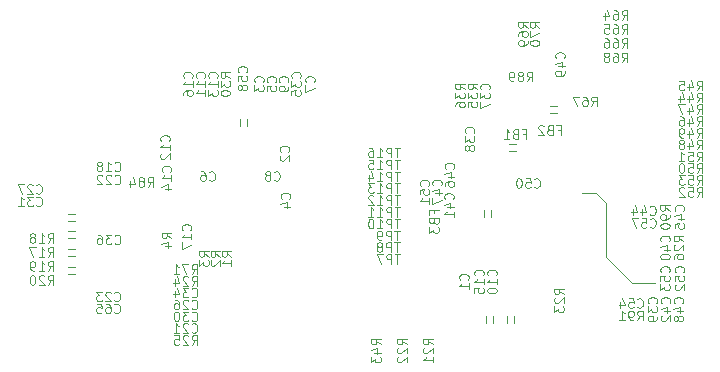
<source format=gbr>
G04 #@! TF.GenerationSoftware,KiCad,Pcbnew,5.1.5+dfsg1-2~bpo10+1*
G04 #@! TF.CreationDate,2020-03-09T15:40:36+01:00*
G04 #@! TF.ProjectId,SDI-bridge,5344492d-6272-4696-9467-652e6b696361,rev?*
G04 #@! TF.SameCoordinates,Original*
G04 #@! TF.FileFunction,Legend,Bot*
G04 #@! TF.FilePolarity,Positive*
%FSLAX46Y46*%
G04 Gerber Fmt 4.6, Leading zero omitted, Abs format (unit mm)*
G04 Created by KiCad (PCBNEW 5.1.5+dfsg1-2~bpo10+1) date 2020-03-09 15:40:36*
%MOMM*%
%LPD*%
G04 APERTURE LIST*
%ADD10C,0.100000*%
%ADD11C,0.120000*%
G04 APERTURE END LIST*
D10*
X150540000Y-116780000D02*
X149950000Y-116780000D01*
X151150000Y-116780000D02*
X150540000Y-116780000D01*
X152000000Y-117630000D02*
X151150000Y-116780000D01*
X152000000Y-117910000D02*
X152000000Y-117630000D01*
X152000000Y-122250000D02*
X152000000Y-117910000D01*
X154140000Y-124390000D02*
X152000000Y-122250000D01*
X156080000Y-124390000D02*
X154140000Y-124390000D01*
D11*
X106400000Y-123650000D02*
X107000000Y-123650000D01*
X106400000Y-123050000D02*
X107000000Y-123050000D01*
X107000000Y-121550000D02*
X106400000Y-121550000D01*
X107000000Y-122150000D02*
X106400000Y-122150000D01*
X107000000Y-118550000D02*
X106400000Y-118550000D01*
X107000000Y-119150000D02*
X106400000Y-119150000D01*
X107000000Y-120050000D02*
X106400000Y-120050000D01*
X107000000Y-120650000D02*
X106400000Y-120650000D01*
X142240000Y-118840000D02*
X142240000Y-118240000D01*
X141640000Y-118840000D02*
X141640000Y-118240000D01*
X147210000Y-110040000D02*
X147810000Y-110040000D01*
X147210000Y-109440000D02*
X147810000Y-109440000D01*
X144390000Y-112690000D02*
X143790000Y-112690000D01*
X144390000Y-113290000D02*
X143790000Y-113290000D01*
X120950000Y-110550000D02*
X120950000Y-111150000D01*
X121550000Y-110550000D02*
X121550000Y-111150000D01*
X143600000Y-127250000D02*
X143600000Y-127850000D01*
X144200000Y-127250000D02*
X144200000Y-127850000D01*
X141800000Y-127250000D02*
X141800000Y-127850000D01*
X142400000Y-127250000D02*
X142400000Y-127850000D01*
X154614285Y-127571904D02*
X154880952Y-127190952D01*
X155071428Y-127571904D02*
X155071428Y-126771904D01*
X154766666Y-126771904D01*
X154690476Y-126810000D01*
X154652380Y-126848095D01*
X154614285Y-126924285D01*
X154614285Y-127038571D01*
X154652380Y-127114761D01*
X154690476Y-127152857D01*
X154766666Y-127190952D01*
X155071428Y-127190952D01*
X154233333Y-127571904D02*
X154080952Y-127571904D01*
X154004761Y-127533809D01*
X153966666Y-127495714D01*
X153890476Y-127381428D01*
X153852380Y-127229047D01*
X153852380Y-126924285D01*
X153890476Y-126848095D01*
X153928571Y-126810000D01*
X154004761Y-126771904D01*
X154157142Y-126771904D01*
X154233333Y-126810000D01*
X154271428Y-126848095D01*
X154309523Y-126924285D01*
X154309523Y-127114761D01*
X154271428Y-127190952D01*
X154233333Y-127229047D01*
X154157142Y-127267142D01*
X154004761Y-127267142D01*
X153928571Y-127229047D01*
X153890476Y-127190952D01*
X153852380Y-127114761D01*
X153090476Y-127571904D02*
X153547619Y-127571904D01*
X153319047Y-127571904D02*
X153319047Y-126771904D01*
X153395238Y-126886190D01*
X153471428Y-126962380D01*
X153547619Y-127000476D01*
X157361904Y-118295714D02*
X156980952Y-118029047D01*
X157361904Y-117838571D02*
X156561904Y-117838571D01*
X156561904Y-118143333D01*
X156600000Y-118219523D01*
X156638095Y-118257619D01*
X156714285Y-118295714D01*
X156828571Y-118295714D01*
X156904761Y-118257619D01*
X156942857Y-118219523D01*
X156980952Y-118143333D01*
X156980952Y-117838571D01*
X157361904Y-118676666D02*
X157361904Y-118829047D01*
X157323809Y-118905238D01*
X157285714Y-118943333D01*
X157171428Y-119019523D01*
X157019047Y-119057619D01*
X156714285Y-119057619D01*
X156638095Y-119019523D01*
X156600000Y-118981428D01*
X156561904Y-118905238D01*
X156561904Y-118752857D01*
X156600000Y-118676666D01*
X156638095Y-118638571D01*
X156714285Y-118600476D01*
X156904761Y-118600476D01*
X156980952Y-118638571D01*
X157019047Y-118676666D01*
X157057142Y-118752857D01*
X157057142Y-118905238D01*
X157019047Y-118981428D01*
X156980952Y-119019523D01*
X156904761Y-119057619D01*
X156561904Y-119552857D02*
X156561904Y-119629047D01*
X156600000Y-119705238D01*
X156638095Y-119743333D01*
X156714285Y-119781428D01*
X156866666Y-119819523D01*
X157057142Y-119819523D01*
X157209523Y-119781428D01*
X157285714Y-119743333D01*
X157323809Y-119705238D01*
X157361904Y-119629047D01*
X157361904Y-119552857D01*
X157323809Y-119476666D01*
X157285714Y-119438571D01*
X157209523Y-119400476D01*
X157057142Y-119362380D01*
X156866666Y-119362380D01*
X156714285Y-119400476D01*
X156638095Y-119438571D01*
X156600000Y-119476666D01*
X156561904Y-119552857D01*
X145264285Y-107331904D02*
X145530952Y-106950952D01*
X145721428Y-107331904D02*
X145721428Y-106531904D01*
X145416666Y-106531904D01*
X145340476Y-106570000D01*
X145302380Y-106608095D01*
X145264285Y-106684285D01*
X145264285Y-106798571D01*
X145302380Y-106874761D01*
X145340476Y-106912857D01*
X145416666Y-106950952D01*
X145721428Y-106950952D01*
X144807142Y-106874761D02*
X144883333Y-106836666D01*
X144921428Y-106798571D01*
X144959523Y-106722380D01*
X144959523Y-106684285D01*
X144921428Y-106608095D01*
X144883333Y-106570000D01*
X144807142Y-106531904D01*
X144654761Y-106531904D01*
X144578571Y-106570000D01*
X144540476Y-106608095D01*
X144502380Y-106684285D01*
X144502380Y-106722380D01*
X144540476Y-106798571D01*
X144578571Y-106836666D01*
X144654761Y-106874761D01*
X144807142Y-106874761D01*
X144883333Y-106912857D01*
X144921428Y-106950952D01*
X144959523Y-107027142D01*
X144959523Y-107179523D01*
X144921428Y-107255714D01*
X144883333Y-107293809D01*
X144807142Y-107331904D01*
X144654761Y-107331904D01*
X144578571Y-107293809D01*
X144540476Y-107255714D01*
X144502380Y-107179523D01*
X144502380Y-107027142D01*
X144540476Y-106950952D01*
X144578571Y-106912857D01*
X144654761Y-106874761D01*
X144121428Y-107331904D02*
X143969047Y-107331904D01*
X143892857Y-107293809D01*
X143854761Y-107255714D01*
X143778571Y-107141428D01*
X143740476Y-106989047D01*
X143740476Y-106684285D01*
X143778571Y-106608095D01*
X143816666Y-106570000D01*
X143892857Y-106531904D01*
X144045238Y-106531904D01*
X144121428Y-106570000D01*
X144159523Y-106608095D01*
X144197619Y-106684285D01*
X144197619Y-106874761D01*
X144159523Y-106950952D01*
X144121428Y-106989047D01*
X144045238Y-107027142D01*
X143892857Y-107027142D01*
X143816666Y-106989047D01*
X143778571Y-106950952D01*
X143740476Y-106874761D01*
X113154285Y-116291904D02*
X113420952Y-115910952D01*
X113611428Y-116291904D02*
X113611428Y-115491904D01*
X113306666Y-115491904D01*
X113230476Y-115530000D01*
X113192380Y-115568095D01*
X113154285Y-115644285D01*
X113154285Y-115758571D01*
X113192380Y-115834761D01*
X113230476Y-115872857D01*
X113306666Y-115910952D01*
X113611428Y-115910952D01*
X112697142Y-115834761D02*
X112773333Y-115796666D01*
X112811428Y-115758571D01*
X112849523Y-115682380D01*
X112849523Y-115644285D01*
X112811428Y-115568095D01*
X112773333Y-115530000D01*
X112697142Y-115491904D01*
X112544761Y-115491904D01*
X112468571Y-115530000D01*
X112430476Y-115568095D01*
X112392380Y-115644285D01*
X112392380Y-115682380D01*
X112430476Y-115758571D01*
X112468571Y-115796666D01*
X112544761Y-115834761D01*
X112697142Y-115834761D01*
X112773333Y-115872857D01*
X112811428Y-115910952D01*
X112849523Y-115987142D01*
X112849523Y-116139523D01*
X112811428Y-116215714D01*
X112773333Y-116253809D01*
X112697142Y-116291904D01*
X112544761Y-116291904D01*
X112468571Y-116253809D01*
X112430476Y-116215714D01*
X112392380Y-116139523D01*
X112392380Y-115987142D01*
X112430476Y-115910952D01*
X112468571Y-115872857D01*
X112544761Y-115834761D01*
X111706666Y-115758571D02*
X111706666Y-116291904D01*
X111897142Y-115453809D02*
X112087619Y-116025238D01*
X111592380Y-116025238D01*
X116884285Y-123661904D02*
X117150952Y-123280952D01*
X117341428Y-123661904D02*
X117341428Y-122861904D01*
X117036666Y-122861904D01*
X116960476Y-122900000D01*
X116922380Y-122938095D01*
X116884285Y-123014285D01*
X116884285Y-123128571D01*
X116922380Y-123204761D01*
X116960476Y-123242857D01*
X117036666Y-123280952D01*
X117341428Y-123280952D01*
X116617619Y-122861904D02*
X116084285Y-122861904D01*
X116427142Y-123661904D01*
X115360476Y-123661904D02*
X115817619Y-123661904D01*
X115589047Y-123661904D02*
X115589047Y-122861904D01*
X115665238Y-122976190D01*
X115741428Y-123052380D01*
X115817619Y-123090476D01*
X110334285Y-126895714D02*
X110372380Y-126933809D01*
X110486666Y-126971904D01*
X110562857Y-126971904D01*
X110677142Y-126933809D01*
X110753333Y-126857619D01*
X110791428Y-126781428D01*
X110829523Y-126629047D01*
X110829523Y-126514761D01*
X110791428Y-126362380D01*
X110753333Y-126286190D01*
X110677142Y-126210000D01*
X110562857Y-126171904D01*
X110486666Y-126171904D01*
X110372380Y-126210000D01*
X110334285Y-126248095D01*
X109648571Y-126171904D02*
X109800952Y-126171904D01*
X109877142Y-126210000D01*
X109915238Y-126248095D01*
X109991428Y-126362380D01*
X110029523Y-126514761D01*
X110029523Y-126819523D01*
X109991428Y-126895714D01*
X109953333Y-126933809D01*
X109877142Y-126971904D01*
X109724761Y-126971904D01*
X109648571Y-126933809D01*
X109610476Y-126895714D01*
X109572380Y-126819523D01*
X109572380Y-126629047D01*
X109610476Y-126552857D01*
X109648571Y-126514761D01*
X109724761Y-126476666D01*
X109877142Y-126476666D01*
X109953333Y-126514761D01*
X109991428Y-126552857D01*
X110029523Y-126629047D01*
X108848571Y-126171904D02*
X109229523Y-126171904D01*
X109267619Y-126552857D01*
X109229523Y-126514761D01*
X109153333Y-126476666D01*
X108962857Y-126476666D01*
X108886666Y-126514761D01*
X108848571Y-126552857D01*
X108810476Y-126629047D01*
X108810476Y-126819523D01*
X108848571Y-126895714D01*
X108886666Y-126933809D01*
X108962857Y-126971904D01*
X109153333Y-126971904D01*
X109229523Y-126933809D01*
X109267619Y-126895714D01*
X146336904Y-102800714D02*
X145955952Y-102534047D01*
X146336904Y-102343571D02*
X145536904Y-102343571D01*
X145536904Y-102648333D01*
X145575000Y-102724523D01*
X145613095Y-102762619D01*
X145689285Y-102800714D01*
X145803571Y-102800714D01*
X145879761Y-102762619D01*
X145917857Y-102724523D01*
X145955952Y-102648333D01*
X145955952Y-102343571D01*
X145536904Y-103067380D02*
X145536904Y-103600714D01*
X146336904Y-103257857D01*
X145536904Y-104057857D02*
X145536904Y-104134047D01*
X145575000Y-104210238D01*
X145613095Y-104248333D01*
X145689285Y-104286428D01*
X145841666Y-104324523D01*
X146032142Y-104324523D01*
X146184523Y-104286428D01*
X146260714Y-104248333D01*
X146298809Y-104210238D01*
X146336904Y-104134047D01*
X146336904Y-104057857D01*
X146298809Y-103981666D01*
X146260714Y-103943571D01*
X146184523Y-103905476D01*
X146032142Y-103867380D01*
X145841666Y-103867380D01*
X145689285Y-103905476D01*
X145613095Y-103943571D01*
X145575000Y-103981666D01*
X145536904Y-104057857D01*
X145336904Y-102800714D02*
X144955952Y-102534047D01*
X145336904Y-102343571D02*
X144536904Y-102343571D01*
X144536904Y-102648333D01*
X144575000Y-102724523D01*
X144613095Y-102762619D01*
X144689285Y-102800714D01*
X144803571Y-102800714D01*
X144879761Y-102762619D01*
X144917857Y-102724523D01*
X144955952Y-102648333D01*
X144955952Y-102343571D01*
X144536904Y-103486428D02*
X144536904Y-103334047D01*
X144575000Y-103257857D01*
X144613095Y-103219761D01*
X144727380Y-103143571D01*
X144879761Y-103105476D01*
X145184523Y-103105476D01*
X145260714Y-103143571D01*
X145298809Y-103181666D01*
X145336904Y-103257857D01*
X145336904Y-103410238D01*
X145298809Y-103486428D01*
X145260714Y-103524523D01*
X145184523Y-103562619D01*
X144994047Y-103562619D01*
X144917857Y-103524523D01*
X144879761Y-103486428D01*
X144841666Y-103410238D01*
X144841666Y-103257857D01*
X144879761Y-103181666D01*
X144917857Y-103143571D01*
X144994047Y-103105476D01*
X145336904Y-103943571D02*
X145336904Y-104095952D01*
X145298809Y-104172142D01*
X145260714Y-104210238D01*
X145146428Y-104286428D01*
X144994047Y-104324523D01*
X144689285Y-104324523D01*
X144613095Y-104286428D01*
X144575000Y-104248333D01*
X144536904Y-104172142D01*
X144536904Y-104019761D01*
X144575000Y-103943571D01*
X144613095Y-103905476D01*
X144689285Y-103867380D01*
X144879761Y-103867380D01*
X144955952Y-103905476D01*
X144994047Y-103943571D01*
X145032142Y-104019761D01*
X145032142Y-104172142D01*
X144994047Y-104248333D01*
X144955952Y-104286428D01*
X144879761Y-104324523D01*
X153314285Y-105721904D02*
X153580952Y-105340952D01*
X153771428Y-105721904D02*
X153771428Y-104921904D01*
X153466666Y-104921904D01*
X153390476Y-104960000D01*
X153352380Y-104998095D01*
X153314285Y-105074285D01*
X153314285Y-105188571D01*
X153352380Y-105264761D01*
X153390476Y-105302857D01*
X153466666Y-105340952D01*
X153771428Y-105340952D01*
X152628571Y-104921904D02*
X152780952Y-104921904D01*
X152857142Y-104960000D01*
X152895238Y-104998095D01*
X152971428Y-105112380D01*
X153009523Y-105264761D01*
X153009523Y-105569523D01*
X152971428Y-105645714D01*
X152933333Y-105683809D01*
X152857142Y-105721904D01*
X152704761Y-105721904D01*
X152628571Y-105683809D01*
X152590476Y-105645714D01*
X152552380Y-105569523D01*
X152552380Y-105379047D01*
X152590476Y-105302857D01*
X152628571Y-105264761D01*
X152704761Y-105226666D01*
X152857142Y-105226666D01*
X152933333Y-105264761D01*
X152971428Y-105302857D01*
X153009523Y-105379047D01*
X152095238Y-105264761D02*
X152171428Y-105226666D01*
X152209523Y-105188571D01*
X152247619Y-105112380D01*
X152247619Y-105074285D01*
X152209523Y-104998095D01*
X152171428Y-104960000D01*
X152095238Y-104921904D01*
X151942857Y-104921904D01*
X151866666Y-104960000D01*
X151828571Y-104998095D01*
X151790476Y-105074285D01*
X151790476Y-105112380D01*
X151828571Y-105188571D01*
X151866666Y-105226666D01*
X151942857Y-105264761D01*
X152095238Y-105264761D01*
X152171428Y-105302857D01*
X152209523Y-105340952D01*
X152247619Y-105417142D01*
X152247619Y-105569523D01*
X152209523Y-105645714D01*
X152171428Y-105683809D01*
X152095238Y-105721904D01*
X151942857Y-105721904D01*
X151866666Y-105683809D01*
X151828571Y-105645714D01*
X151790476Y-105569523D01*
X151790476Y-105417142D01*
X151828571Y-105340952D01*
X151866666Y-105302857D01*
X151942857Y-105264761D01*
X150724285Y-109441904D02*
X150990952Y-109060952D01*
X151181428Y-109441904D02*
X151181428Y-108641904D01*
X150876666Y-108641904D01*
X150800476Y-108680000D01*
X150762380Y-108718095D01*
X150724285Y-108794285D01*
X150724285Y-108908571D01*
X150762380Y-108984761D01*
X150800476Y-109022857D01*
X150876666Y-109060952D01*
X151181428Y-109060952D01*
X150038571Y-108641904D02*
X150190952Y-108641904D01*
X150267142Y-108680000D01*
X150305238Y-108718095D01*
X150381428Y-108832380D01*
X150419523Y-108984761D01*
X150419523Y-109289523D01*
X150381428Y-109365714D01*
X150343333Y-109403809D01*
X150267142Y-109441904D01*
X150114761Y-109441904D01*
X150038571Y-109403809D01*
X150000476Y-109365714D01*
X149962380Y-109289523D01*
X149962380Y-109099047D01*
X150000476Y-109022857D01*
X150038571Y-108984761D01*
X150114761Y-108946666D01*
X150267142Y-108946666D01*
X150343333Y-108984761D01*
X150381428Y-109022857D01*
X150419523Y-109099047D01*
X149695714Y-108641904D02*
X149162380Y-108641904D01*
X149505238Y-109441904D01*
X153314285Y-104521904D02*
X153580952Y-104140952D01*
X153771428Y-104521904D02*
X153771428Y-103721904D01*
X153466666Y-103721904D01*
X153390476Y-103760000D01*
X153352380Y-103798095D01*
X153314285Y-103874285D01*
X153314285Y-103988571D01*
X153352380Y-104064761D01*
X153390476Y-104102857D01*
X153466666Y-104140952D01*
X153771428Y-104140952D01*
X152628571Y-103721904D02*
X152780952Y-103721904D01*
X152857142Y-103760000D01*
X152895238Y-103798095D01*
X152971428Y-103912380D01*
X153009523Y-104064761D01*
X153009523Y-104369523D01*
X152971428Y-104445714D01*
X152933333Y-104483809D01*
X152857142Y-104521904D01*
X152704761Y-104521904D01*
X152628571Y-104483809D01*
X152590476Y-104445714D01*
X152552380Y-104369523D01*
X152552380Y-104179047D01*
X152590476Y-104102857D01*
X152628571Y-104064761D01*
X152704761Y-104026666D01*
X152857142Y-104026666D01*
X152933333Y-104064761D01*
X152971428Y-104102857D01*
X153009523Y-104179047D01*
X151866666Y-103721904D02*
X152019047Y-103721904D01*
X152095238Y-103760000D01*
X152133333Y-103798095D01*
X152209523Y-103912380D01*
X152247619Y-104064761D01*
X152247619Y-104369523D01*
X152209523Y-104445714D01*
X152171428Y-104483809D01*
X152095238Y-104521904D01*
X151942857Y-104521904D01*
X151866666Y-104483809D01*
X151828571Y-104445714D01*
X151790476Y-104369523D01*
X151790476Y-104179047D01*
X151828571Y-104102857D01*
X151866666Y-104064761D01*
X151942857Y-104026666D01*
X152095238Y-104026666D01*
X152171428Y-104064761D01*
X152209523Y-104102857D01*
X152247619Y-104179047D01*
X153314285Y-103321904D02*
X153580952Y-102940952D01*
X153771428Y-103321904D02*
X153771428Y-102521904D01*
X153466666Y-102521904D01*
X153390476Y-102560000D01*
X153352380Y-102598095D01*
X153314285Y-102674285D01*
X153314285Y-102788571D01*
X153352380Y-102864761D01*
X153390476Y-102902857D01*
X153466666Y-102940952D01*
X153771428Y-102940952D01*
X152628571Y-102521904D02*
X152780952Y-102521904D01*
X152857142Y-102560000D01*
X152895238Y-102598095D01*
X152971428Y-102712380D01*
X153009523Y-102864761D01*
X153009523Y-103169523D01*
X152971428Y-103245714D01*
X152933333Y-103283809D01*
X152857142Y-103321904D01*
X152704761Y-103321904D01*
X152628571Y-103283809D01*
X152590476Y-103245714D01*
X152552380Y-103169523D01*
X152552380Y-102979047D01*
X152590476Y-102902857D01*
X152628571Y-102864761D01*
X152704761Y-102826666D01*
X152857142Y-102826666D01*
X152933333Y-102864761D01*
X152971428Y-102902857D01*
X153009523Y-102979047D01*
X151828571Y-102521904D02*
X152209523Y-102521904D01*
X152247619Y-102902857D01*
X152209523Y-102864761D01*
X152133333Y-102826666D01*
X151942857Y-102826666D01*
X151866666Y-102864761D01*
X151828571Y-102902857D01*
X151790476Y-102979047D01*
X151790476Y-103169523D01*
X151828571Y-103245714D01*
X151866666Y-103283809D01*
X151942857Y-103321904D01*
X152133333Y-103321904D01*
X152209523Y-103283809D01*
X152247619Y-103245714D01*
X159649285Y-116111904D02*
X159915952Y-115730952D01*
X160106428Y-116111904D02*
X160106428Y-115311904D01*
X159801666Y-115311904D01*
X159725476Y-115350000D01*
X159687380Y-115388095D01*
X159649285Y-115464285D01*
X159649285Y-115578571D01*
X159687380Y-115654761D01*
X159725476Y-115692857D01*
X159801666Y-115730952D01*
X160106428Y-115730952D01*
X158925476Y-115311904D02*
X159306428Y-115311904D01*
X159344523Y-115692857D01*
X159306428Y-115654761D01*
X159230238Y-115616666D01*
X159039761Y-115616666D01*
X158963571Y-115654761D01*
X158925476Y-115692857D01*
X158887380Y-115769047D01*
X158887380Y-115959523D01*
X158925476Y-116035714D01*
X158963571Y-116073809D01*
X159039761Y-116111904D01*
X159230238Y-116111904D01*
X159306428Y-116073809D01*
X159344523Y-116035714D01*
X158620714Y-115311904D02*
X158125476Y-115311904D01*
X158392142Y-115616666D01*
X158277857Y-115616666D01*
X158201666Y-115654761D01*
X158163571Y-115692857D01*
X158125476Y-115769047D01*
X158125476Y-115959523D01*
X158163571Y-116035714D01*
X158201666Y-116073809D01*
X158277857Y-116111904D01*
X158506428Y-116111904D01*
X158582619Y-116073809D01*
X158620714Y-116035714D01*
X159649285Y-117111904D02*
X159915952Y-116730952D01*
X160106428Y-117111904D02*
X160106428Y-116311904D01*
X159801666Y-116311904D01*
X159725476Y-116350000D01*
X159687380Y-116388095D01*
X159649285Y-116464285D01*
X159649285Y-116578571D01*
X159687380Y-116654761D01*
X159725476Y-116692857D01*
X159801666Y-116730952D01*
X160106428Y-116730952D01*
X158925476Y-116311904D02*
X159306428Y-116311904D01*
X159344523Y-116692857D01*
X159306428Y-116654761D01*
X159230238Y-116616666D01*
X159039761Y-116616666D01*
X158963571Y-116654761D01*
X158925476Y-116692857D01*
X158887380Y-116769047D01*
X158887380Y-116959523D01*
X158925476Y-117035714D01*
X158963571Y-117073809D01*
X159039761Y-117111904D01*
X159230238Y-117111904D01*
X159306428Y-117073809D01*
X159344523Y-117035714D01*
X158582619Y-116388095D02*
X158544523Y-116350000D01*
X158468333Y-116311904D01*
X158277857Y-116311904D01*
X158201666Y-116350000D01*
X158163571Y-116388095D01*
X158125476Y-116464285D01*
X158125476Y-116540476D01*
X158163571Y-116654761D01*
X158620714Y-117111904D01*
X158125476Y-117111904D01*
X159649285Y-114111904D02*
X159915952Y-113730952D01*
X160106428Y-114111904D02*
X160106428Y-113311904D01*
X159801666Y-113311904D01*
X159725476Y-113350000D01*
X159687380Y-113388095D01*
X159649285Y-113464285D01*
X159649285Y-113578571D01*
X159687380Y-113654761D01*
X159725476Y-113692857D01*
X159801666Y-113730952D01*
X160106428Y-113730952D01*
X158925476Y-113311904D02*
X159306428Y-113311904D01*
X159344523Y-113692857D01*
X159306428Y-113654761D01*
X159230238Y-113616666D01*
X159039761Y-113616666D01*
X158963571Y-113654761D01*
X158925476Y-113692857D01*
X158887380Y-113769047D01*
X158887380Y-113959523D01*
X158925476Y-114035714D01*
X158963571Y-114073809D01*
X159039761Y-114111904D01*
X159230238Y-114111904D01*
X159306428Y-114073809D01*
X159344523Y-114035714D01*
X158125476Y-114111904D02*
X158582619Y-114111904D01*
X158354047Y-114111904D02*
X158354047Y-113311904D01*
X158430238Y-113426190D01*
X158506428Y-113502380D01*
X158582619Y-113540476D01*
X159649285Y-115111904D02*
X159915952Y-114730952D01*
X160106428Y-115111904D02*
X160106428Y-114311904D01*
X159801666Y-114311904D01*
X159725476Y-114350000D01*
X159687380Y-114388095D01*
X159649285Y-114464285D01*
X159649285Y-114578571D01*
X159687380Y-114654761D01*
X159725476Y-114692857D01*
X159801666Y-114730952D01*
X160106428Y-114730952D01*
X158925476Y-114311904D02*
X159306428Y-114311904D01*
X159344523Y-114692857D01*
X159306428Y-114654761D01*
X159230238Y-114616666D01*
X159039761Y-114616666D01*
X158963571Y-114654761D01*
X158925476Y-114692857D01*
X158887380Y-114769047D01*
X158887380Y-114959523D01*
X158925476Y-115035714D01*
X158963571Y-115073809D01*
X159039761Y-115111904D01*
X159230238Y-115111904D01*
X159306428Y-115073809D01*
X159344523Y-115035714D01*
X158392142Y-114311904D02*
X158315952Y-114311904D01*
X158239761Y-114350000D01*
X158201666Y-114388095D01*
X158163571Y-114464285D01*
X158125476Y-114616666D01*
X158125476Y-114807142D01*
X158163571Y-114959523D01*
X158201666Y-115035714D01*
X158239761Y-115073809D01*
X158315952Y-115111904D01*
X158392142Y-115111904D01*
X158468333Y-115073809D01*
X158506428Y-115035714D01*
X158544523Y-114959523D01*
X158582619Y-114807142D01*
X158582619Y-114616666D01*
X158544523Y-114464285D01*
X158506428Y-114388095D01*
X158468333Y-114350000D01*
X158392142Y-114311904D01*
X159649285Y-112111904D02*
X159915952Y-111730952D01*
X160106428Y-112111904D02*
X160106428Y-111311904D01*
X159801666Y-111311904D01*
X159725476Y-111350000D01*
X159687380Y-111388095D01*
X159649285Y-111464285D01*
X159649285Y-111578571D01*
X159687380Y-111654761D01*
X159725476Y-111692857D01*
X159801666Y-111730952D01*
X160106428Y-111730952D01*
X158963571Y-111578571D02*
X158963571Y-112111904D01*
X159154047Y-111273809D02*
X159344523Y-111845238D01*
X158849285Y-111845238D01*
X158506428Y-112111904D02*
X158354047Y-112111904D01*
X158277857Y-112073809D01*
X158239761Y-112035714D01*
X158163571Y-111921428D01*
X158125476Y-111769047D01*
X158125476Y-111464285D01*
X158163571Y-111388095D01*
X158201666Y-111350000D01*
X158277857Y-111311904D01*
X158430238Y-111311904D01*
X158506428Y-111350000D01*
X158544523Y-111388095D01*
X158582619Y-111464285D01*
X158582619Y-111654761D01*
X158544523Y-111730952D01*
X158506428Y-111769047D01*
X158430238Y-111807142D01*
X158277857Y-111807142D01*
X158201666Y-111769047D01*
X158163571Y-111730952D01*
X158125476Y-111654761D01*
X159649285Y-113111904D02*
X159915952Y-112730952D01*
X160106428Y-113111904D02*
X160106428Y-112311904D01*
X159801666Y-112311904D01*
X159725476Y-112350000D01*
X159687380Y-112388095D01*
X159649285Y-112464285D01*
X159649285Y-112578571D01*
X159687380Y-112654761D01*
X159725476Y-112692857D01*
X159801666Y-112730952D01*
X160106428Y-112730952D01*
X158963571Y-112578571D02*
X158963571Y-113111904D01*
X159154047Y-112273809D02*
X159344523Y-112845238D01*
X158849285Y-112845238D01*
X158430238Y-112654761D02*
X158506428Y-112616666D01*
X158544523Y-112578571D01*
X158582619Y-112502380D01*
X158582619Y-112464285D01*
X158544523Y-112388095D01*
X158506428Y-112350000D01*
X158430238Y-112311904D01*
X158277857Y-112311904D01*
X158201666Y-112350000D01*
X158163571Y-112388095D01*
X158125476Y-112464285D01*
X158125476Y-112502380D01*
X158163571Y-112578571D01*
X158201666Y-112616666D01*
X158277857Y-112654761D01*
X158430238Y-112654761D01*
X158506428Y-112692857D01*
X158544523Y-112730952D01*
X158582619Y-112807142D01*
X158582619Y-112959523D01*
X158544523Y-113035714D01*
X158506428Y-113073809D01*
X158430238Y-113111904D01*
X158277857Y-113111904D01*
X158201666Y-113073809D01*
X158163571Y-113035714D01*
X158125476Y-112959523D01*
X158125476Y-112807142D01*
X158163571Y-112730952D01*
X158201666Y-112692857D01*
X158277857Y-112654761D01*
X159649285Y-110111904D02*
X159915952Y-109730952D01*
X160106428Y-110111904D02*
X160106428Y-109311904D01*
X159801666Y-109311904D01*
X159725476Y-109350000D01*
X159687380Y-109388095D01*
X159649285Y-109464285D01*
X159649285Y-109578571D01*
X159687380Y-109654761D01*
X159725476Y-109692857D01*
X159801666Y-109730952D01*
X160106428Y-109730952D01*
X158963571Y-109578571D02*
X158963571Y-110111904D01*
X159154047Y-109273809D02*
X159344523Y-109845238D01*
X158849285Y-109845238D01*
X158620714Y-109311904D02*
X158087380Y-109311904D01*
X158430238Y-110111904D01*
X159649285Y-111111904D02*
X159915952Y-110730952D01*
X160106428Y-111111904D02*
X160106428Y-110311904D01*
X159801666Y-110311904D01*
X159725476Y-110350000D01*
X159687380Y-110388095D01*
X159649285Y-110464285D01*
X159649285Y-110578571D01*
X159687380Y-110654761D01*
X159725476Y-110692857D01*
X159801666Y-110730952D01*
X160106428Y-110730952D01*
X158963571Y-110578571D02*
X158963571Y-111111904D01*
X159154047Y-110273809D02*
X159344523Y-110845238D01*
X158849285Y-110845238D01*
X158201666Y-110311904D02*
X158354047Y-110311904D01*
X158430238Y-110350000D01*
X158468333Y-110388095D01*
X158544523Y-110502380D01*
X158582619Y-110654761D01*
X158582619Y-110959523D01*
X158544523Y-111035714D01*
X158506428Y-111073809D01*
X158430238Y-111111904D01*
X158277857Y-111111904D01*
X158201666Y-111073809D01*
X158163571Y-111035714D01*
X158125476Y-110959523D01*
X158125476Y-110769047D01*
X158163571Y-110692857D01*
X158201666Y-110654761D01*
X158277857Y-110616666D01*
X158430238Y-110616666D01*
X158506428Y-110654761D01*
X158544523Y-110692857D01*
X158582619Y-110769047D01*
X159649285Y-108111904D02*
X159915952Y-107730952D01*
X160106428Y-108111904D02*
X160106428Y-107311904D01*
X159801666Y-107311904D01*
X159725476Y-107350000D01*
X159687380Y-107388095D01*
X159649285Y-107464285D01*
X159649285Y-107578571D01*
X159687380Y-107654761D01*
X159725476Y-107692857D01*
X159801666Y-107730952D01*
X160106428Y-107730952D01*
X158963571Y-107578571D02*
X158963571Y-108111904D01*
X159154047Y-107273809D02*
X159344523Y-107845238D01*
X158849285Y-107845238D01*
X158163571Y-107311904D02*
X158544523Y-107311904D01*
X158582619Y-107692857D01*
X158544523Y-107654761D01*
X158468333Y-107616666D01*
X158277857Y-107616666D01*
X158201666Y-107654761D01*
X158163571Y-107692857D01*
X158125476Y-107769047D01*
X158125476Y-107959523D01*
X158163571Y-108035714D01*
X158201666Y-108073809D01*
X158277857Y-108111904D01*
X158468333Y-108111904D01*
X158544523Y-108073809D01*
X158582619Y-108035714D01*
X159649285Y-109111904D02*
X159915952Y-108730952D01*
X160106428Y-109111904D02*
X160106428Y-108311904D01*
X159801666Y-108311904D01*
X159725476Y-108350000D01*
X159687380Y-108388095D01*
X159649285Y-108464285D01*
X159649285Y-108578571D01*
X159687380Y-108654761D01*
X159725476Y-108692857D01*
X159801666Y-108730952D01*
X160106428Y-108730952D01*
X158963571Y-108578571D02*
X158963571Y-109111904D01*
X159154047Y-108273809D02*
X159344523Y-108845238D01*
X158849285Y-108845238D01*
X158201666Y-108578571D02*
X158201666Y-109111904D01*
X158392142Y-108273809D02*
X158582619Y-108845238D01*
X158087380Y-108845238D01*
X153314285Y-102121904D02*
X153580952Y-101740952D01*
X153771428Y-102121904D02*
X153771428Y-101321904D01*
X153466666Y-101321904D01*
X153390476Y-101360000D01*
X153352380Y-101398095D01*
X153314285Y-101474285D01*
X153314285Y-101588571D01*
X153352380Y-101664761D01*
X153390476Y-101702857D01*
X153466666Y-101740952D01*
X153771428Y-101740952D01*
X152628571Y-101321904D02*
X152780952Y-101321904D01*
X152857142Y-101360000D01*
X152895238Y-101398095D01*
X152971428Y-101512380D01*
X153009523Y-101664761D01*
X153009523Y-101969523D01*
X152971428Y-102045714D01*
X152933333Y-102083809D01*
X152857142Y-102121904D01*
X152704761Y-102121904D01*
X152628571Y-102083809D01*
X152590476Y-102045714D01*
X152552380Y-101969523D01*
X152552380Y-101779047D01*
X152590476Y-101702857D01*
X152628571Y-101664761D01*
X152704761Y-101626666D01*
X152857142Y-101626666D01*
X152933333Y-101664761D01*
X152971428Y-101702857D01*
X153009523Y-101779047D01*
X151866666Y-101588571D02*
X151866666Y-102121904D01*
X152057142Y-101283809D02*
X152247619Y-101855238D01*
X151752380Y-101855238D01*
X132876904Y-129630714D02*
X132495952Y-129364047D01*
X132876904Y-129173571D02*
X132076904Y-129173571D01*
X132076904Y-129478333D01*
X132115000Y-129554523D01*
X132153095Y-129592619D01*
X132229285Y-129630714D01*
X132343571Y-129630714D01*
X132419761Y-129592619D01*
X132457857Y-129554523D01*
X132495952Y-129478333D01*
X132495952Y-129173571D01*
X132343571Y-130316428D02*
X132876904Y-130316428D01*
X132038809Y-130125952D02*
X132610238Y-129935476D01*
X132610238Y-130430714D01*
X132076904Y-130659285D02*
X132076904Y-131154523D01*
X132381666Y-130887857D01*
X132381666Y-131002142D01*
X132419761Y-131078333D01*
X132457857Y-131116428D01*
X132534047Y-131154523D01*
X132724523Y-131154523D01*
X132800714Y-131116428D01*
X132838809Y-131078333D01*
X132876904Y-131002142D01*
X132876904Y-130773571D01*
X132838809Y-130697380D01*
X132800714Y-130659285D01*
X110364285Y-114885714D02*
X110402380Y-114923809D01*
X110516666Y-114961904D01*
X110592857Y-114961904D01*
X110707142Y-114923809D01*
X110783333Y-114847619D01*
X110821428Y-114771428D01*
X110859523Y-114619047D01*
X110859523Y-114504761D01*
X110821428Y-114352380D01*
X110783333Y-114276190D01*
X110707142Y-114200000D01*
X110592857Y-114161904D01*
X110516666Y-114161904D01*
X110402380Y-114200000D01*
X110364285Y-114238095D01*
X109602380Y-114961904D02*
X110059523Y-114961904D01*
X109830952Y-114961904D02*
X109830952Y-114161904D01*
X109907142Y-114276190D01*
X109983333Y-114352380D01*
X110059523Y-114390476D01*
X109145238Y-114504761D02*
X109221428Y-114466666D01*
X109259523Y-114428571D01*
X109297619Y-114352380D01*
X109297619Y-114314285D01*
X109259523Y-114238095D01*
X109221428Y-114200000D01*
X109145238Y-114161904D01*
X108992857Y-114161904D01*
X108916666Y-114200000D01*
X108878571Y-114238095D01*
X108840476Y-114314285D01*
X108840476Y-114352380D01*
X108878571Y-114428571D01*
X108916666Y-114466666D01*
X108992857Y-114504761D01*
X109145238Y-114504761D01*
X109221428Y-114542857D01*
X109259523Y-114580952D01*
X109297619Y-114657142D01*
X109297619Y-114809523D01*
X109259523Y-114885714D01*
X109221428Y-114923809D01*
X109145238Y-114961904D01*
X108992857Y-114961904D01*
X108916666Y-114923809D01*
X108878571Y-114885714D01*
X108840476Y-114809523D01*
X108840476Y-114657142D01*
X108878571Y-114580952D01*
X108916666Y-114542857D01*
X108992857Y-114504761D01*
X134530476Y-112986034D02*
X134073333Y-112986034D01*
X134301904Y-113786034D02*
X134301904Y-112986034D01*
X133806666Y-113786034D02*
X133806666Y-112986034D01*
X133501904Y-112986034D01*
X133425714Y-113024130D01*
X133387619Y-113062225D01*
X133349523Y-113138415D01*
X133349523Y-113252701D01*
X133387619Y-113328891D01*
X133425714Y-113366987D01*
X133501904Y-113405082D01*
X133806666Y-113405082D01*
X132587619Y-113786034D02*
X133044761Y-113786034D01*
X132816190Y-113786034D02*
X132816190Y-112986034D01*
X132892380Y-113100320D01*
X132968571Y-113176510D01*
X133044761Y-113214606D01*
X131901904Y-112986034D02*
X132054285Y-112986034D01*
X132130476Y-113024130D01*
X132168571Y-113062225D01*
X132244761Y-113176510D01*
X132282857Y-113328891D01*
X132282857Y-113633653D01*
X132244761Y-113709844D01*
X132206666Y-113747939D01*
X132130476Y-113786034D01*
X131978095Y-113786034D01*
X131901904Y-113747939D01*
X131863809Y-113709844D01*
X131825714Y-113633653D01*
X131825714Y-113443177D01*
X131863809Y-113366987D01*
X131901904Y-113328891D01*
X131978095Y-113290796D01*
X132130476Y-113290796D01*
X132206666Y-113328891D01*
X132244761Y-113366987D01*
X132282857Y-113443177D01*
X134530476Y-113990108D02*
X134073333Y-113990108D01*
X134301904Y-114790108D02*
X134301904Y-113990108D01*
X133806666Y-114790108D02*
X133806666Y-113990108D01*
X133501904Y-113990108D01*
X133425714Y-114028204D01*
X133387619Y-114066299D01*
X133349523Y-114142489D01*
X133349523Y-114256775D01*
X133387619Y-114332965D01*
X133425714Y-114371061D01*
X133501904Y-114409156D01*
X133806666Y-114409156D01*
X132587619Y-114790108D02*
X133044761Y-114790108D01*
X132816190Y-114790108D02*
X132816190Y-113990108D01*
X132892380Y-114104394D01*
X132968571Y-114180584D01*
X133044761Y-114218680D01*
X131863809Y-113990108D02*
X132244761Y-113990108D01*
X132282857Y-114371061D01*
X132244761Y-114332965D01*
X132168571Y-114294870D01*
X131978095Y-114294870D01*
X131901904Y-114332965D01*
X131863809Y-114371061D01*
X131825714Y-114447251D01*
X131825714Y-114637727D01*
X131863809Y-114713918D01*
X131901904Y-114752013D01*
X131978095Y-114790108D01*
X132168571Y-114790108D01*
X132244761Y-114752013D01*
X132282857Y-114713918D01*
X134530476Y-114994182D02*
X134073333Y-114994182D01*
X134301904Y-115794182D02*
X134301904Y-114994182D01*
X133806666Y-115794182D02*
X133806666Y-114994182D01*
X133501904Y-114994182D01*
X133425714Y-115032278D01*
X133387619Y-115070373D01*
X133349523Y-115146563D01*
X133349523Y-115260849D01*
X133387619Y-115337039D01*
X133425714Y-115375135D01*
X133501904Y-115413230D01*
X133806666Y-115413230D01*
X132587619Y-115794182D02*
X133044761Y-115794182D01*
X132816190Y-115794182D02*
X132816190Y-114994182D01*
X132892380Y-115108468D01*
X132968571Y-115184658D01*
X133044761Y-115222754D01*
X131901904Y-115260849D02*
X131901904Y-115794182D01*
X132092380Y-114956087D02*
X132282857Y-115527516D01*
X131787619Y-115527516D01*
X134530476Y-115998256D02*
X134073333Y-115998256D01*
X134301904Y-116798256D02*
X134301904Y-115998256D01*
X133806666Y-116798256D02*
X133806666Y-115998256D01*
X133501904Y-115998256D01*
X133425714Y-116036352D01*
X133387619Y-116074447D01*
X133349523Y-116150637D01*
X133349523Y-116264923D01*
X133387619Y-116341113D01*
X133425714Y-116379209D01*
X133501904Y-116417304D01*
X133806666Y-116417304D01*
X132587619Y-116798256D02*
X133044761Y-116798256D01*
X132816190Y-116798256D02*
X132816190Y-115998256D01*
X132892380Y-116112542D01*
X132968571Y-116188732D01*
X133044761Y-116226828D01*
X132320952Y-115998256D02*
X131825714Y-115998256D01*
X132092380Y-116303018D01*
X131978095Y-116303018D01*
X131901904Y-116341113D01*
X131863809Y-116379209D01*
X131825714Y-116455399D01*
X131825714Y-116645875D01*
X131863809Y-116722066D01*
X131901904Y-116760161D01*
X131978095Y-116798256D01*
X132206666Y-116798256D01*
X132282857Y-116760161D01*
X132320952Y-116722066D01*
X134530476Y-117002330D02*
X134073333Y-117002330D01*
X134301904Y-117802330D02*
X134301904Y-117002330D01*
X133806666Y-117802330D02*
X133806666Y-117002330D01*
X133501904Y-117002330D01*
X133425714Y-117040426D01*
X133387619Y-117078521D01*
X133349523Y-117154711D01*
X133349523Y-117268997D01*
X133387619Y-117345187D01*
X133425714Y-117383283D01*
X133501904Y-117421378D01*
X133806666Y-117421378D01*
X132587619Y-117802330D02*
X133044761Y-117802330D01*
X132816190Y-117802330D02*
X132816190Y-117002330D01*
X132892380Y-117116616D01*
X132968571Y-117192806D01*
X133044761Y-117230902D01*
X132282857Y-117078521D02*
X132244761Y-117040426D01*
X132168571Y-117002330D01*
X131978095Y-117002330D01*
X131901904Y-117040426D01*
X131863809Y-117078521D01*
X131825714Y-117154711D01*
X131825714Y-117230902D01*
X131863809Y-117345187D01*
X132320952Y-117802330D01*
X131825714Y-117802330D01*
X134530476Y-118006404D02*
X134073333Y-118006404D01*
X134301904Y-118806404D02*
X134301904Y-118006404D01*
X133806666Y-118806404D02*
X133806666Y-118006404D01*
X133501904Y-118006404D01*
X133425714Y-118044500D01*
X133387619Y-118082595D01*
X133349523Y-118158785D01*
X133349523Y-118273071D01*
X133387619Y-118349261D01*
X133425714Y-118387357D01*
X133501904Y-118425452D01*
X133806666Y-118425452D01*
X132587619Y-118806404D02*
X133044761Y-118806404D01*
X132816190Y-118806404D02*
X132816190Y-118006404D01*
X132892380Y-118120690D01*
X132968571Y-118196880D01*
X133044761Y-118234976D01*
X131825714Y-118806404D02*
X132282857Y-118806404D01*
X132054285Y-118806404D02*
X132054285Y-118006404D01*
X132130476Y-118120690D01*
X132206666Y-118196880D01*
X132282857Y-118234976D01*
X134530476Y-119010478D02*
X134073333Y-119010478D01*
X134301904Y-119810478D02*
X134301904Y-119010478D01*
X133806666Y-119810478D02*
X133806666Y-119010478D01*
X133501904Y-119010478D01*
X133425714Y-119048574D01*
X133387619Y-119086669D01*
X133349523Y-119162859D01*
X133349523Y-119277145D01*
X133387619Y-119353335D01*
X133425714Y-119391431D01*
X133501904Y-119429526D01*
X133806666Y-119429526D01*
X132587619Y-119810478D02*
X133044761Y-119810478D01*
X132816190Y-119810478D02*
X132816190Y-119010478D01*
X132892380Y-119124764D01*
X132968571Y-119200954D01*
X133044761Y-119239050D01*
X132092380Y-119010478D02*
X132016190Y-119010478D01*
X131940000Y-119048574D01*
X131901904Y-119086669D01*
X131863809Y-119162859D01*
X131825714Y-119315240D01*
X131825714Y-119505716D01*
X131863809Y-119658097D01*
X131901904Y-119734288D01*
X131940000Y-119772383D01*
X132016190Y-119810478D01*
X132092380Y-119810478D01*
X132168571Y-119772383D01*
X132206666Y-119734288D01*
X132244761Y-119658097D01*
X132282857Y-119505716D01*
X132282857Y-119315240D01*
X132244761Y-119162859D01*
X132206666Y-119086669D01*
X132168571Y-119048574D01*
X132092380Y-119010478D01*
X134509523Y-119994552D02*
X134052380Y-119994552D01*
X134280952Y-120794552D02*
X134280952Y-119994552D01*
X133785714Y-120794552D02*
X133785714Y-119994552D01*
X133480952Y-119994552D01*
X133404761Y-120032648D01*
X133366666Y-120070743D01*
X133328571Y-120146933D01*
X133328571Y-120261219D01*
X133366666Y-120337409D01*
X133404761Y-120375505D01*
X133480952Y-120413600D01*
X133785714Y-120413600D01*
X132947619Y-120794552D02*
X132795238Y-120794552D01*
X132719047Y-120756457D01*
X132680952Y-120718362D01*
X132604761Y-120604076D01*
X132566666Y-120451695D01*
X132566666Y-120146933D01*
X132604761Y-120070743D01*
X132642857Y-120032648D01*
X132719047Y-119994552D01*
X132871428Y-119994552D01*
X132947619Y-120032648D01*
X132985714Y-120070743D01*
X133023809Y-120146933D01*
X133023809Y-120337409D01*
X132985714Y-120413600D01*
X132947619Y-120451695D01*
X132871428Y-120489790D01*
X132719047Y-120489790D01*
X132642857Y-120451695D01*
X132604761Y-120413600D01*
X132566666Y-120337409D01*
X134509523Y-120998626D02*
X134052380Y-120998626D01*
X134280952Y-121798626D02*
X134280952Y-120998626D01*
X133785714Y-121798626D02*
X133785714Y-120998626D01*
X133480952Y-120998626D01*
X133404761Y-121036722D01*
X133366666Y-121074817D01*
X133328571Y-121151007D01*
X133328571Y-121265293D01*
X133366666Y-121341483D01*
X133404761Y-121379579D01*
X133480952Y-121417674D01*
X133785714Y-121417674D01*
X132871428Y-121341483D02*
X132947619Y-121303388D01*
X132985714Y-121265293D01*
X133023809Y-121189102D01*
X133023809Y-121151007D01*
X132985714Y-121074817D01*
X132947619Y-121036722D01*
X132871428Y-120998626D01*
X132719047Y-120998626D01*
X132642857Y-121036722D01*
X132604761Y-121074817D01*
X132566666Y-121151007D01*
X132566666Y-121189102D01*
X132604761Y-121265293D01*
X132642857Y-121303388D01*
X132719047Y-121341483D01*
X132871428Y-121341483D01*
X132947619Y-121379579D01*
X132985714Y-121417674D01*
X133023809Y-121493864D01*
X133023809Y-121646245D01*
X132985714Y-121722436D01*
X132947619Y-121760531D01*
X132871428Y-121798626D01*
X132719047Y-121798626D01*
X132642857Y-121760531D01*
X132604761Y-121722436D01*
X132566666Y-121646245D01*
X132566666Y-121493864D01*
X132604761Y-121417674D01*
X132642857Y-121379579D01*
X132719047Y-121341483D01*
X134529523Y-122002700D02*
X134072380Y-122002700D01*
X134300952Y-122802700D02*
X134300952Y-122002700D01*
X133805714Y-122802700D02*
X133805714Y-122002700D01*
X133500952Y-122002700D01*
X133424761Y-122040796D01*
X133386666Y-122078891D01*
X133348571Y-122155081D01*
X133348571Y-122269367D01*
X133386666Y-122345557D01*
X133424761Y-122383653D01*
X133500952Y-122421748D01*
X133805714Y-122421748D01*
X133081904Y-122002700D02*
X132548571Y-122002700D01*
X132891428Y-122802700D01*
X140021904Y-108035714D02*
X139640952Y-107769047D01*
X140021904Y-107578571D02*
X139221904Y-107578571D01*
X139221904Y-107883333D01*
X139260000Y-107959523D01*
X139298095Y-107997619D01*
X139374285Y-108035714D01*
X139488571Y-108035714D01*
X139564761Y-107997619D01*
X139602857Y-107959523D01*
X139640952Y-107883333D01*
X139640952Y-107578571D01*
X139221904Y-108302380D02*
X139221904Y-108797619D01*
X139526666Y-108530952D01*
X139526666Y-108645238D01*
X139564761Y-108721428D01*
X139602857Y-108759523D01*
X139679047Y-108797619D01*
X139869523Y-108797619D01*
X139945714Y-108759523D01*
X139983809Y-108721428D01*
X140021904Y-108645238D01*
X140021904Y-108416666D01*
X139983809Y-108340476D01*
X139945714Y-108302380D01*
X139221904Y-109483333D02*
X139221904Y-109330952D01*
X139260000Y-109254761D01*
X139298095Y-109216666D01*
X139412380Y-109140476D01*
X139564761Y-109102380D01*
X139869523Y-109102380D01*
X139945714Y-109140476D01*
X139983809Y-109178571D01*
X140021904Y-109254761D01*
X140021904Y-109407142D01*
X139983809Y-109483333D01*
X139945714Y-109521428D01*
X139869523Y-109559523D01*
X139679047Y-109559523D01*
X139602857Y-109521428D01*
X139564761Y-109483333D01*
X139526666Y-109407142D01*
X139526666Y-109254761D01*
X139564761Y-109178571D01*
X139602857Y-109140476D01*
X139679047Y-109102380D01*
X141071904Y-108035714D02*
X140690952Y-107769047D01*
X141071904Y-107578571D02*
X140271904Y-107578571D01*
X140271904Y-107883333D01*
X140310000Y-107959523D01*
X140348095Y-107997619D01*
X140424285Y-108035714D01*
X140538571Y-108035714D01*
X140614761Y-107997619D01*
X140652857Y-107959523D01*
X140690952Y-107883333D01*
X140690952Y-107578571D01*
X140271904Y-108302380D02*
X140271904Y-108797619D01*
X140576666Y-108530952D01*
X140576666Y-108645238D01*
X140614761Y-108721428D01*
X140652857Y-108759523D01*
X140729047Y-108797619D01*
X140919523Y-108797619D01*
X140995714Y-108759523D01*
X141033809Y-108721428D01*
X141071904Y-108645238D01*
X141071904Y-108416666D01*
X141033809Y-108340476D01*
X140995714Y-108302380D01*
X140271904Y-109521428D02*
X140271904Y-109140476D01*
X140652857Y-109102380D01*
X140614761Y-109140476D01*
X140576666Y-109216666D01*
X140576666Y-109407142D01*
X140614761Y-109483333D01*
X140652857Y-109521428D01*
X140729047Y-109559523D01*
X140919523Y-109559523D01*
X140995714Y-109521428D01*
X141033809Y-109483333D01*
X141071904Y-109407142D01*
X141071904Y-109216666D01*
X141033809Y-109140476D01*
X140995714Y-109102380D01*
X158516904Y-120909047D02*
X158135952Y-120642380D01*
X158516904Y-120451904D02*
X157716904Y-120451904D01*
X157716904Y-120756666D01*
X157755000Y-120832856D01*
X157793095Y-120870952D01*
X157869285Y-120909047D01*
X157983571Y-120909047D01*
X158059761Y-120870952D01*
X158097857Y-120832856D01*
X158135952Y-120756666D01*
X158135952Y-120451904D01*
X157793095Y-121213809D02*
X157755000Y-121251904D01*
X157716904Y-121328094D01*
X157716904Y-121518571D01*
X157755000Y-121594761D01*
X157793095Y-121632856D01*
X157869285Y-121670952D01*
X157945476Y-121670952D01*
X158059761Y-121632856D01*
X158516904Y-121175713D01*
X158516904Y-121670952D01*
X157716904Y-122356666D02*
X157716904Y-122204285D01*
X157755000Y-122128094D01*
X157793095Y-122089999D01*
X157907380Y-122013809D01*
X158059761Y-121975713D01*
X158364523Y-121975713D01*
X158440714Y-122013809D01*
X158478809Y-122051904D01*
X158516904Y-122128094D01*
X158516904Y-122280475D01*
X158478809Y-122356666D01*
X158440714Y-122394761D01*
X158364523Y-122432856D01*
X158174047Y-122432856D01*
X158097857Y-122394761D01*
X158059761Y-122356666D01*
X158021666Y-122280475D01*
X158021666Y-122128094D01*
X158059761Y-122051904D01*
X158097857Y-122013809D01*
X158174047Y-121975713D01*
X116884285Y-124658570D02*
X117150952Y-124277618D01*
X117341428Y-124658570D02*
X117341428Y-123858570D01*
X117036666Y-123858570D01*
X116960476Y-123896666D01*
X116922380Y-123934761D01*
X116884285Y-124010951D01*
X116884285Y-124125237D01*
X116922380Y-124201427D01*
X116960476Y-124239523D01*
X117036666Y-124277618D01*
X117341428Y-124277618D01*
X116579523Y-123934761D02*
X116541428Y-123896666D01*
X116465238Y-123858570D01*
X116274761Y-123858570D01*
X116198571Y-123896666D01*
X116160476Y-123934761D01*
X116122380Y-124010951D01*
X116122380Y-124087142D01*
X116160476Y-124201427D01*
X116617619Y-124658570D01*
X116122380Y-124658570D01*
X115436666Y-124125237D02*
X115436666Y-124658570D01*
X115627142Y-123820475D02*
X115817619Y-124391904D01*
X115322380Y-124391904D01*
X104714285Y-124571904D02*
X104980952Y-124190952D01*
X105171428Y-124571904D02*
X105171428Y-123771904D01*
X104866666Y-123771904D01*
X104790476Y-123810000D01*
X104752380Y-123848095D01*
X104714285Y-123924285D01*
X104714285Y-124038571D01*
X104752380Y-124114761D01*
X104790476Y-124152857D01*
X104866666Y-124190952D01*
X105171428Y-124190952D01*
X104409523Y-123848095D02*
X104371428Y-123810000D01*
X104295238Y-123771904D01*
X104104761Y-123771904D01*
X104028571Y-123810000D01*
X103990476Y-123848095D01*
X103952380Y-123924285D01*
X103952380Y-124000476D01*
X103990476Y-124114761D01*
X104447619Y-124571904D01*
X103952380Y-124571904D01*
X103457142Y-123771904D02*
X103380952Y-123771904D01*
X103304761Y-123810000D01*
X103266666Y-123848095D01*
X103228571Y-123924285D01*
X103190476Y-124076666D01*
X103190476Y-124267142D01*
X103228571Y-124419523D01*
X103266666Y-124495714D01*
X103304761Y-124533809D01*
X103380952Y-124571904D01*
X103457142Y-124571904D01*
X103533333Y-124533809D01*
X103571428Y-124495714D01*
X103609523Y-124419523D01*
X103647619Y-124267142D01*
X103647619Y-124076666D01*
X103609523Y-123924285D01*
X103571428Y-123848095D01*
X103533333Y-123810000D01*
X103457142Y-123771904D01*
X104714285Y-123381904D02*
X104980952Y-123000952D01*
X105171428Y-123381904D02*
X105171428Y-122581904D01*
X104866666Y-122581904D01*
X104790476Y-122620000D01*
X104752380Y-122658095D01*
X104714285Y-122734285D01*
X104714285Y-122848571D01*
X104752380Y-122924761D01*
X104790476Y-122962857D01*
X104866666Y-123000952D01*
X105171428Y-123000952D01*
X103952380Y-123381904D02*
X104409523Y-123381904D01*
X104180952Y-123381904D02*
X104180952Y-122581904D01*
X104257142Y-122696190D01*
X104333333Y-122772380D01*
X104409523Y-122810476D01*
X103571428Y-123381904D02*
X103419047Y-123381904D01*
X103342857Y-123343809D01*
X103304761Y-123305714D01*
X103228571Y-123191428D01*
X103190476Y-123039047D01*
X103190476Y-122734285D01*
X103228571Y-122658095D01*
X103266666Y-122620000D01*
X103342857Y-122581904D01*
X103495238Y-122581904D01*
X103571428Y-122620000D01*
X103609523Y-122658095D01*
X103647619Y-122734285D01*
X103647619Y-122924761D01*
X103609523Y-123000952D01*
X103571428Y-123039047D01*
X103495238Y-123077142D01*
X103342857Y-123077142D01*
X103266666Y-123039047D01*
X103228571Y-123000952D01*
X103190476Y-122924761D01*
X104714285Y-121001904D02*
X104980952Y-120620952D01*
X105171428Y-121001904D02*
X105171428Y-120201904D01*
X104866666Y-120201904D01*
X104790476Y-120240000D01*
X104752380Y-120278095D01*
X104714285Y-120354285D01*
X104714285Y-120468571D01*
X104752380Y-120544761D01*
X104790476Y-120582857D01*
X104866666Y-120620952D01*
X105171428Y-120620952D01*
X103952380Y-121001904D02*
X104409523Y-121001904D01*
X104180952Y-121001904D02*
X104180952Y-120201904D01*
X104257142Y-120316190D01*
X104333333Y-120392380D01*
X104409523Y-120430476D01*
X103495238Y-120544761D02*
X103571428Y-120506666D01*
X103609523Y-120468571D01*
X103647619Y-120392380D01*
X103647619Y-120354285D01*
X103609523Y-120278095D01*
X103571428Y-120240000D01*
X103495238Y-120201904D01*
X103342857Y-120201904D01*
X103266666Y-120240000D01*
X103228571Y-120278095D01*
X103190476Y-120354285D01*
X103190476Y-120392380D01*
X103228571Y-120468571D01*
X103266666Y-120506666D01*
X103342857Y-120544761D01*
X103495238Y-120544761D01*
X103571428Y-120582857D01*
X103609523Y-120620952D01*
X103647619Y-120697142D01*
X103647619Y-120849523D01*
X103609523Y-120925714D01*
X103571428Y-120963809D01*
X103495238Y-121001904D01*
X103342857Y-121001904D01*
X103266666Y-120963809D01*
X103228571Y-120925714D01*
X103190476Y-120849523D01*
X103190476Y-120697142D01*
X103228571Y-120620952D01*
X103266666Y-120582857D01*
X103342857Y-120544761D01*
X104714285Y-122191904D02*
X104980952Y-121810952D01*
X105171428Y-122191904D02*
X105171428Y-121391904D01*
X104866666Y-121391904D01*
X104790476Y-121430000D01*
X104752380Y-121468095D01*
X104714285Y-121544285D01*
X104714285Y-121658571D01*
X104752380Y-121734761D01*
X104790476Y-121772857D01*
X104866666Y-121810952D01*
X105171428Y-121810952D01*
X103952380Y-122191904D02*
X104409523Y-122191904D01*
X104180952Y-122191904D02*
X104180952Y-121391904D01*
X104257142Y-121506190D01*
X104333333Y-121582380D01*
X104409523Y-121620476D01*
X103685714Y-121391904D02*
X103152380Y-121391904D01*
X103495238Y-122191904D01*
X115151904Y-120626666D02*
X114770952Y-120360000D01*
X115151904Y-120169523D02*
X114351904Y-120169523D01*
X114351904Y-120474285D01*
X114390000Y-120550476D01*
X114428095Y-120588571D01*
X114504285Y-120626666D01*
X114618571Y-120626666D01*
X114694761Y-120588571D01*
X114732857Y-120550476D01*
X114770952Y-120474285D01*
X114770952Y-120169523D01*
X114618571Y-121312380D02*
X115151904Y-121312380D01*
X114313809Y-121121904D02*
X114885238Y-120931428D01*
X114885238Y-121426666D01*
X137382857Y-118543333D02*
X137382857Y-118276666D01*
X137801904Y-118276666D02*
X137001904Y-118276666D01*
X137001904Y-118657619D01*
X137382857Y-119229047D02*
X137420952Y-119343333D01*
X137459047Y-119381428D01*
X137535238Y-119419523D01*
X137649523Y-119419523D01*
X137725714Y-119381428D01*
X137763809Y-119343333D01*
X137801904Y-119267142D01*
X137801904Y-118962380D01*
X137001904Y-118962380D01*
X137001904Y-119229047D01*
X137040000Y-119305238D01*
X137078095Y-119343333D01*
X137154285Y-119381428D01*
X137230476Y-119381428D01*
X137306666Y-119343333D01*
X137344761Y-119305238D01*
X137382857Y-119229047D01*
X137382857Y-118962380D01*
X137001904Y-119686190D02*
X137001904Y-120181428D01*
X137306666Y-119914761D01*
X137306666Y-120029047D01*
X137344761Y-120105238D01*
X137382857Y-120143333D01*
X137459047Y-120181428D01*
X137649523Y-120181428D01*
X137725714Y-120143333D01*
X137763809Y-120105238D01*
X137801904Y-120029047D01*
X137801904Y-119800476D01*
X137763809Y-119724285D01*
X137725714Y-119686190D01*
X147866666Y-111442857D02*
X148133333Y-111442857D01*
X148133333Y-111861904D02*
X148133333Y-111061904D01*
X147752380Y-111061904D01*
X147180952Y-111442857D02*
X147066666Y-111480952D01*
X147028571Y-111519047D01*
X146990476Y-111595238D01*
X146990476Y-111709523D01*
X147028571Y-111785714D01*
X147066666Y-111823809D01*
X147142857Y-111861904D01*
X147447619Y-111861904D01*
X147447619Y-111061904D01*
X147180952Y-111061904D01*
X147104761Y-111100000D01*
X147066666Y-111138095D01*
X147028571Y-111214285D01*
X147028571Y-111290476D01*
X147066666Y-111366666D01*
X147104761Y-111404761D01*
X147180952Y-111442857D01*
X147447619Y-111442857D01*
X146685714Y-111138095D02*
X146647619Y-111100000D01*
X146571428Y-111061904D01*
X146380952Y-111061904D01*
X146304761Y-111100000D01*
X146266666Y-111138095D01*
X146228571Y-111214285D01*
X146228571Y-111290476D01*
X146266666Y-111404761D01*
X146723809Y-111861904D01*
X146228571Y-111861904D01*
X144966666Y-111802857D02*
X145233333Y-111802857D01*
X145233333Y-112221904D02*
X145233333Y-111421904D01*
X144852380Y-111421904D01*
X144280952Y-111802857D02*
X144166666Y-111840952D01*
X144128571Y-111879047D01*
X144090476Y-111955238D01*
X144090476Y-112069523D01*
X144128571Y-112145714D01*
X144166666Y-112183809D01*
X144242857Y-112221904D01*
X144547619Y-112221904D01*
X144547619Y-111421904D01*
X144280952Y-111421904D01*
X144204761Y-111460000D01*
X144166666Y-111498095D01*
X144128571Y-111574285D01*
X144128571Y-111650476D01*
X144166666Y-111726666D01*
X144204761Y-111764761D01*
X144280952Y-111802857D01*
X144547619Y-111802857D01*
X143328571Y-112221904D02*
X143785714Y-112221904D01*
X143557142Y-112221904D02*
X143557142Y-111421904D01*
X143633333Y-111536190D01*
X143709523Y-111612380D01*
X143785714Y-111650476D01*
X136915714Y-116195714D02*
X136953809Y-116157619D01*
X136991904Y-116043333D01*
X136991904Y-115967142D01*
X136953809Y-115852857D01*
X136877619Y-115776666D01*
X136801428Y-115738571D01*
X136649047Y-115700476D01*
X136534761Y-115700476D01*
X136382380Y-115738571D01*
X136306190Y-115776666D01*
X136230000Y-115852857D01*
X136191904Y-115967142D01*
X136191904Y-116043333D01*
X136230000Y-116157619D01*
X136268095Y-116195714D01*
X136191904Y-116919523D02*
X136191904Y-116538571D01*
X136572857Y-116500476D01*
X136534761Y-116538571D01*
X136496666Y-116614761D01*
X136496666Y-116805238D01*
X136534761Y-116881428D01*
X136572857Y-116919523D01*
X136649047Y-116957619D01*
X136839523Y-116957619D01*
X136915714Y-116919523D01*
X136953809Y-116881428D01*
X136991904Y-116805238D01*
X136991904Y-116614761D01*
X136953809Y-116538571D01*
X136915714Y-116500476D01*
X136991904Y-117719523D02*
X136991904Y-117262380D01*
X136991904Y-117490952D02*
X136191904Y-117490952D01*
X136306190Y-117414761D01*
X136382380Y-117338571D01*
X136420476Y-117262380D01*
X137985714Y-116165714D02*
X138023809Y-116127619D01*
X138061904Y-116013333D01*
X138061904Y-115937142D01*
X138023809Y-115822857D01*
X137947619Y-115746666D01*
X137871428Y-115708571D01*
X137719047Y-115670476D01*
X137604761Y-115670476D01*
X137452380Y-115708571D01*
X137376190Y-115746666D01*
X137300000Y-115822857D01*
X137261904Y-115937142D01*
X137261904Y-116013333D01*
X137300000Y-116127619D01*
X137338095Y-116165714D01*
X137528571Y-116851428D02*
X138061904Y-116851428D01*
X137223809Y-116660952D02*
X137795238Y-116470476D01*
X137795238Y-116965714D01*
X137261904Y-117194285D02*
X137261904Y-117727619D01*
X138061904Y-117384761D01*
X158515714Y-123522380D02*
X158553809Y-123484285D01*
X158591904Y-123369999D01*
X158591904Y-123293808D01*
X158553809Y-123179523D01*
X158477619Y-123103332D01*
X158401428Y-123065237D01*
X158249047Y-123027142D01*
X158134761Y-123027142D01*
X157982380Y-123065237D01*
X157906190Y-123103332D01*
X157830000Y-123179523D01*
X157791904Y-123293808D01*
X157791904Y-123369999D01*
X157830000Y-123484285D01*
X157868095Y-123522380D01*
X157791904Y-124246189D02*
X157791904Y-123865237D01*
X158172857Y-123827142D01*
X158134761Y-123865237D01*
X158096666Y-123941427D01*
X158096666Y-124131904D01*
X158134761Y-124208094D01*
X158172857Y-124246189D01*
X158249047Y-124284285D01*
X158439523Y-124284285D01*
X158515714Y-124246189D01*
X158553809Y-124208094D01*
X158591904Y-124131904D01*
X158591904Y-123941427D01*
X158553809Y-123865237D01*
X158515714Y-123827142D01*
X157868095Y-124589046D02*
X157830000Y-124627142D01*
X157791904Y-124703332D01*
X157791904Y-124893808D01*
X157830000Y-124969999D01*
X157868095Y-125008094D01*
X157944285Y-125046189D01*
X158020476Y-125046189D01*
X158134761Y-125008094D01*
X158591904Y-124550951D01*
X158591904Y-125046189D01*
X158495714Y-118295714D02*
X158533809Y-118257619D01*
X158571904Y-118143333D01*
X158571904Y-118067142D01*
X158533809Y-117952857D01*
X158457619Y-117876666D01*
X158381428Y-117838571D01*
X158229047Y-117800476D01*
X158114761Y-117800476D01*
X157962380Y-117838571D01*
X157886190Y-117876666D01*
X157810000Y-117952857D01*
X157771904Y-118067142D01*
X157771904Y-118143333D01*
X157810000Y-118257619D01*
X157848095Y-118295714D01*
X158038571Y-118981428D02*
X158571904Y-118981428D01*
X157733809Y-118790952D02*
X158305238Y-118600476D01*
X158305238Y-119095714D01*
X157771904Y-119781428D02*
X157771904Y-119400476D01*
X158152857Y-119362380D01*
X158114761Y-119400476D01*
X158076666Y-119476666D01*
X158076666Y-119667142D01*
X158114761Y-119743333D01*
X158152857Y-119781428D01*
X158229047Y-119819523D01*
X158419523Y-119819523D01*
X158495714Y-119781428D01*
X158533809Y-119743333D01*
X158571904Y-119667142D01*
X158571904Y-119476666D01*
X158533809Y-119400476D01*
X158495714Y-119362380D01*
X158415714Y-126135714D02*
X158453809Y-126097619D01*
X158491904Y-125983333D01*
X158491904Y-125907142D01*
X158453809Y-125792857D01*
X158377619Y-125716666D01*
X158301428Y-125678571D01*
X158149047Y-125640476D01*
X158034761Y-125640476D01*
X157882380Y-125678571D01*
X157806190Y-125716666D01*
X157730000Y-125792857D01*
X157691904Y-125907142D01*
X157691904Y-125983333D01*
X157730000Y-126097619D01*
X157768095Y-126135714D01*
X157958571Y-126821428D02*
X158491904Y-126821428D01*
X157653809Y-126630952D02*
X158225238Y-126440476D01*
X158225238Y-126935714D01*
X158034761Y-127354761D02*
X157996666Y-127278571D01*
X157958571Y-127240476D01*
X157882380Y-127202380D01*
X157844285Y-127202380D01*
X157768095Y-127240476D01*
X157730000Y-127278571D01*
X157691904Y-127354761D01*
X157691904Y-127507142D01*
X157730000Y-127583333D01*
X157768095Y-127621428D01*
X157844285Y-127659523D01*
X157882380Y-127659523D01*
X157958571Y-127621428D01*
X157996666Y-127583333D01*
X158034761Y-127507142D01*
X158034761Y-127354761D01*
X158072857Y-127278571D01*
X158110952Y-127240476D01*
X158187142Y-127202380D01*
X158339523Y-127202380D01*
X158415714Y-127240476D01*
X158453809Y-127278571D01*
X158491904Y-127354761D01*
X158491904Y-127507142D01*
X158453809Y-127583333D01*
X158415714Y-127621428D01*
X158339523Y-127659523D01*
X158187142Y-127659523D01*
X158110952Y-127621428D01*
X158072857Y-127583333D01*
X158034761Y-127507142D01*
X157350714Y-126135714D02*
X157388809Y-126097619D01*
X157426904Y-125983333D01*
X157426904Y-125907142D01*
X157388809Y-125792857D01*
X157312619Y-125716666D01*
X157236428Y-125678571D01*
X157084047Y-125640476D01*
X156969761Y-125640476D01*
X156817380Y-125678571D01*
X156741190Y-125716666D01*
X156665000Y-125792857D01*
X156626904Y-125907142D01*
X156626904Y-125983333D01*
X156665000Y-126097619D01*
X156703095Y-126135714D01*
X156893571Y-126821428D02*
X157426904Y-126821428D01*
X156588809Y-126630952D02*
X157160238Y-126440476D01*
X157160238Y-126935714D01*
X156703095Y-127202380D02*
X156665000Y-127240476D01*
X156626904Y-127316666D01*
X156626904Y-127507142D01*
X156665000Y-127583333D01*
X156703095Y-127621428D01*
X156779285Y-127659523D01*
X156855476Y-127659523D01*
X156969761Y-127621428D01*
X157426904Y-127164285D01*
X157426904Y-127659523D01*
X156215714Y-126135714D02*
X156253809Y-126097619D01*
X156291904Y-125983333D01*
X156291904Y-125907142D01*
X156253809Y-125792857D01*
X156177619Y-125716666D01*
X156101428Y-125678571D01*
X155949047Y-125640476D01*
X155834761Y-125640476D01*
X155682380Y-125678571D01*
X155606190Y-125716666D01*
X155530000Y-125792857D01*
X155491904Y-125907142D01*
X155491904Y-125983333D01*
X155530000Y-126097619D01*
X155568095Y-126135714D01*
X155491904Y-126402380D02*
X155491904Y-126897619D01*
X155796666Y-126630952D01*
X155796666Y-126745238D01*
X155834761Y-126821428D01*
X155872857Y-126859523D01*
X155949047Y-126897619D01*
X156139523Y-126897619D01*
X156215714Y-126859523D01*
X156253809Y-126821428D01*
X156291904Y-126745238D01*
X156291904Y-126516666D01*
X156253809Y-126440476D01*
X156215714Y-126402380D01*
X156291904Y-127278571D02*
X156291904Y-127430952D01*
X156253809Y-127507142D01*
X156215714Y-127545238D01*
X156101428Y-127621428D01*
X155949047Y-127659523D01*
X155644285Y-127659523D01*
X155568095Y-127621428D01*
X155530000Y-127583333D01*
X155491904Y-127507142D01*
X155491904Y-127354761D01*
X155530000Y-127278571D01*
X155568095Y-127240476D01*
X155644285Y-127202380D01*
X155834761Y-127202380D01*
X155910952Y-127240476D01*
X155949047Y-127278571D01*
X155987142Y-127354761D01*
X155987142Y-127507142D01*
X155949047Y-127583333D01*
X155910952Y-127621428D01*
X155834761Y-127659523D01*
X157300714Y-123522380D02*
X157338809Y-123484285D01*
X157376904Y-123369999D01*
X157376904Y-123293808D01*
X157338809Y-123179523D01*
X157262619Y-123103332D01*
X157186428Y-123065237D01*
X157034047Y-123027142D01*
X156919761Y-123027142D01*
X156767380Y-123065237D01*
X156691190Y-123103332D01*
X156615000Y-123179523D01*
X156576904Y-123293808D01*
X156576904Y-123369999D01*
X156615000Y-123484285D01*
X156653095Y-123522380D01*
X156576904Y-124246189D02*
X156576904Y-123865237D01*
X156957857Y-123827142D01*
X156919761Y-123865237D01*
X156881666Y-123941427D01*
X156881666Y-124131904D01*
X156919761Y-124208094D01*
X156957857Y-124246189D01*
X157034047Y-124284285D01*
X157224523Y-124284285D01*
X157300714Y-124246189D01*
X157338809Y-124208094D01*
X157376904Y-124131904D01*
X157376904Y-123941427D01*
X157338809Y-123865237D01*
X157300714Y-123827142D01*
X156576904Y-124550951D02*
X156576904Y-125046189D01*
X156881666Y-124779523D01*
X156881666Y-124893808D01*
X156919761Y-124969999D01*
X156957857Y-125008094D01*
X157034047Y-125046189D01*
X157224523Y-125046189D01*
X157300714Y-125008094D01*
X157338809Y-124969999D01*
X157376904Y-124893808D01*
X157376904Y-124665237D01*
X157338809Y-124589046D01*
X157300714Y-124550951D01*
X148395714Y-105375714D02*
X148433809Y-105337619D01*
X148471904Y-105223333D01*
X148471904Y-105147142D01*
X148433809Y-105032857D01*
X148357619Y-104956666D01*
X148281428Y-104918571D01*
X148129047Y-104880476D01*
X148014761Y-104880476D01*
X147862380Y-104918571D01*
X147786190Y-104956666D01*
X147710000Y-105032857D01*
X147671904Y-105147142D01*
X147671904Y-105223333D01*
X147710000Y-105337619D01*
X147748095Y-105375714D01*
X147938571Y-106061428D02*
X148471904Y-106061428D01*
X147633809Y-105870952D02*
X148205238Y-105680476D01*
X148205238Y-106175714D01*
X148471904Y-106518571D02*
X148471904Y-106670952D01*
X148433809Y-106747142D01*
X148395714Y-106785238D01*
X148281428Y-106861428D01*
X148129047Y-106899523D01*
X147824285Y-106899523D01*
X147748095Y-106861428D01*
X147710000Y-106823333D01*
X147671904Y-106747142D01*
X147671904Y-106594761D01*
X147710000Y-106518571D01*
X147748095Y-106480476D01*
X147824285Y-106442380D01*
X148014761Y-106442380D01*
X148090952Y-106480476D01*
X148129047Y-106518571D01*
X148167142Y-106594761D01*
X148167142Y-106747142D01*
X148129047Y-106823333D01*
X148090952Y-106861428D01*
X148014761Y-106899523D01*
X155689285Y-118620714D02*
X155727380Y-118658809D01*
X155841666Y-118696904D01*
X155917857Y-118696904D01*
X156032142Y-118658809D01*
X156108333Y-118582619D01*
X156146428Y-118506428D01*
X156184523Y-118354047D01*
X156184523Y-118239761D01*
X156146428Y-118087380D01*
X156108333Y-118011190D01*
X156032142Y-117935000D01*
X155917857Y-117896904D01*
X155841666Y-117896904D01*
X155727380Y-117935000D01*
X155689285Y-117973095D01*
X155003571Y-118163571D02*
X155003571Y-118696904D01*
X155194047Y-117858809D02*
X155384523Y-118430238D01*
X154889285Y-118430238D01*
X154241666Y-118163571D02*
X154241666Y-118696904D01*
X154432142Y-117858809D02*
X154622619Y-118430238D01*
X154127380Y-118430238D01*
X157300714Y-120909047D02*
X157338809Y-120870952D01*
X157376904Y-120756666D01*
X157376904Y-120680475D01*
X157338809Y-120566190D01*
X157262619Y-120489999D01*
X157186428Y-120451904D01*
X157034047Y-120413809D01*
X156919761Y-120413809D01*
X156767380Y-120451904D01*
X156691190Y-120489999D01*
X156615000Y-120566190D01*
X156576904Y-120680475D01*
X156576904Y-120756666D01*
X156615000Y-120870952D01*
X156653095Y-120909047D01*
X156843571Y-121594761D02*
X157376904Y-121594761D01*
X156538809Y-121404285D02*
X157110238Y-121213809D01*
X157110238Y-121709047D01*
X156576904Y-122166190D02*
X156576904Y-122242380D01*
X156615000Y-122318571D01*
X156653095Y-122356666D01*
X156729285Y-122394761D01*
X156881666Y-122432856D01*
X157072142Y-122432856D01*
X157224523Y-122394761D01*
X157300714Y-122356666D01*
X157338809Y-122318571D01*
X157376904Y-122242380D01*
X157376904Y-122166190D01*
X157338809Y-122089999D01*
X157300714Y-122051904D01*
X157224523Y-122013809D01*
X157072142Y-121975713D01*
X156881666Y-121975713D01*
X156729285Y-122013809D01*
X156653095Y-122051904D01*
X156615000Y-122089999D01*
X156576904Y-122166190D01*
X140755714Y-111715714D02*
X140793809Y-111677619D01*
X140831904Y-111563333D01*
X140831904Y-111487142D01*
X140793809Y-111372857D01*
X140717619Y-111296666D01*
X140641428Y-111258571D01*
X140489047Y-111220476D01*
X140374761Y-111220476D01*
X140222380Y-111258571D01*
X140146190Y-111296666D01*
X140070000Y-111372857D01*
X140031904Y-111487142D01*
X140031904Y-111563333D01*
X140070000Y-111677619D01*
X140108095Y-111715714D01*
X140031904Y-111982380D02*
X140031904Y-112477619D01*
X140336666Y-112210952D01*
X140336666Y-112325238D01*
X140374761Y-112401428D01*
X140412857Y-112439523D01*
X140489047Y-112477619D01*
X140679523Y-112477619D01*
X140755714Y-112439523D01*
X140793809Y-112401428D01*
X140831904Y-112325238D01*
X140831904Y-112096666D01*
X140793809Y-112020476D01*
X140755714Y-111982380D01*
X140374761Y-112934761D02*
X140336666Y-112858571D01*
X140298571Y-112820476D01*
X140222380Y-112782380D01*
X140184285Y-112782380D01*
X140108095Y-112820476D01*
X140070000Y-112858571D01*
X140031904Y-112934761D01*
X140031904Y-113087142D01*
X140070000Y-113163333D01*
X140108095Y-113201428D01*
X140184285Y-113239523D01*
X140222380Y-113239523D01*
X140298571Y-113201428D01*
X140336666Y-113163333D01*
X140374761Y-113087142D01*
X140374761Y-112934761D01*
X140412857Y-112858571D01*
X140450952Y-112820476D01*
X140527142Y-112782380D01*
X140679523Y-112782380D01*
X140755714Y-112820476D01*
X140793809Y-112858571D01*
X140831904Y-112934761D01*
X140831904Y-113087142D01*
X140793809Y-113163333D01*
X140755714Y-113201428D01*
X140679523Y-113239523D01*
X140527142Y-113239523D01*
X140450952Y-113201428D01*
X140412857Y-113163333D01*
X140374761Y-113087142D01*
X155699285Y-119670714D02*
X155737380Y-119708809D01*
X155851666Y-119746904D01*
X155927857Y-119746904D01*
X156042142Y-119708809D01*
X156118333Y-119632619D01*
X156156428Y-119556428D01*
X156194523Y-119404047D01*
X156194523Y-119289761D01*
X156156428Y-119137380D01*
X156118333Y-119061190D01*
X156042142Y-118985000D01*
X155927857Y-118946904D01*
X155851666Y-118946904D01*
X155737380Y-118985000D01*
X155699285Y-119023095D01*
X154975476Y-118946904D02*
X155356428Y-118946904D01*
X155394523Y-119327857D01*
X155356428Y-119289761D01*
X155280238Y-119251666D01*
X155089761Y-119251666D01*
X155013571Y-119289761D01*
X154975476Y-119327857D01*
X154937380Y-119404047D01*
X154937380Y-119594523D01*
X154975476Y-119670714D01*
X155013571Y-119708809D01*
X155089761Y-119746904D01*
X155280238Y-119746904D01*
X155356428Y-119708809D01*
X155394523Y-119670714D01*
X154670714Y-118946904D02*
X154137380Y-118946904D01*
X154480238Y-119746904D01*
X154614285Y-126455714D02*
X154652380Y-126493809D01*
X154766666Y-126531904D01*
X154842857Y-126531904D01*
X154957142Y-126493809D01*
X155033333Y-126417619D01*
X155071428Y-126341428D01*
X155109523Y-126189047D01*
X155109523Y-126074761D01*
X155071428Y-125922380D01*
X155033333Y-125846190D01*
X154957142Y-125770000D01*
X154842857Y-125731904D01*
X154766666Y-125731904D01*
X154652380Y-125770000D01*
X154614285Y-125808095D01*
X153890476Y-125731904D02*
X154271428Y-125731904D01*
X154309523Y-126112857D01*
X154271428Y-126074761D01*
X154195238Y-126036666D01*
X154004761Y-126036666D01*
X153928571Y-126074761D01*
X153890476Y-126112857D01*
X153852380Y-126189047D01*
X153852380Y-126379523D01*
X153890476Y-126455714D01*
X153928571Y-126493809D01*
X154004761Y-126531904D01*
X154195238Y-126531904D01*
X154271428Y-126493809D01*
X154309523Y-126455714D01*
X153166666Y-125998571D02*
X153166666Y-126531904D01*
X153357142Y-125693809D02*
X153547619Y-126265238D01*
X153052380Y-126265238D01*
X145884285Y-116295714D02*
X145922380Y-116333809D01*
X146036666Y-116371904D01*
X146112857Y-116371904D01*
X146227142Y-116333809D01*
X146303333Y-116257619D01*
X146341428Y-116181428D01*
X146379523Y-116029047D01*
X146379523Y-115914761D01*
X146341428Y-115762380D01*
X146303333Y-115686190D01*
X146227142Y-115610000D01*
X146112857Y-115571904D01*
X146036666Y-115571904D01*
X145922380Y-115610000D01*
X145884285Y-115648095D01*
X145160476Y-115571904D02*
X145541428Y-115571904D01*
X145579523Y-115952857D01*
X145541428Y-115914761D01*
X145465238Y-115876666D01*
X145274761Y-115876666D01*
X145198571Y-115914761D01*
X145160476Y-115952857D01*
X145122380Y-116029047D01*
X145122380Y-116219523D01*
X145160476Y-116295714D01*
X145198571Y-116333809D01*
X145274761Y-116371904D01*
X145465238Y-116371904D01*
X145541428Y-116333809D01*
X145579523Y-116295714D01*
X144627142Y-115571904D02*
X144550952Y-115571904D01*
X144474761Y-115610000D01*
X144436666Y-115648095D01*
X144398571Y-115724285D01*
X144360476Y-115876666D01*
X144360476Y-116067142D01*
X144398571Y-116219523D01*
X144436666Y-116295714D01*
X144474761Y-116333809D01*
X144550952Y-116371904D01*
X144627142Y-116371904D01*
X144703333Y-116333809D01*
X144741428Y-116295714D01*
X144779523Y-116219523D01*
X144817619Y-116067142D01*
X144817619Y-115876666D01*
X144779523Y-115724285D01*
X144741428Y-115648095D01*
X144703333Y-115610000D01*
X144627142Y-115571904D01*
X139035714Y-114735714D02*
X139073809Y-114697619D01*
X139111904Y-114583333D01*
X139111904Y-114507142D01*
X139073809Y-114392857D01*
X138997619Y-114316666D01*
X138921428Y-114278571D01*
X138769047Y-114240476D01*
X138654761Y-114240476D01*
X138502380Y-114278571D01*
X138426190Y-114316666D01*
X138350000Y-114392857D01*
X138311904Y-114507142D01*
X138311904Y-114583333D01*
X138350000Y-114697619D01*
X138388095Y-114735714D01*
X138578571Y-115421428D02*
X139111904Y-115421428D01*
X138273809Y-115230952D02*
X138845238Y-115040476D01*
X138845238Y-115535714D01*
X138311904Y-116183333D02*
X138311904Y-116030952D01*
X138350000Y-115954761D01*
X138388095Y-115916666D01*
X138502380Y-115840476D01*
X138654761Y-115802380D01*
X138959523Y-115802380D01*
X139035714Y-115840476D01*
X139073809Y-115878571D01*
X139111904Y-115954761D01*
X139111904Y-116107142D01*
X139073809Y-116183333D01*
X139035714Y-116221428D01*
X138959523Y-116259523D01*
X138769047Y-116259523D01*
X138692857Y-116221428D01*
X138654761Y-116183333D01*
X138616666Y-116107142D01*
X138616666Y-115954761D01*
X138654761Y-115878571D01*
X138692857Y-115840476D01*
X138769047Y-115802380D01*
X138985714Y-117315714D02*
X139023809Y-117277619D01*
X139061904Y-117163333D01*
X139061904Y-117087142D01*
X139023809Y-116972857D01*
X138947619Y-116896666D01*
X138871428Y-116858571D01*
X138719047Y-116820476D01*
X138604761Y-116820476D01*
X138452380Y-116858571D01*
X138376190Y-116896666D01*
X138300000Y-116972857D01*
X138261904Y-117087142D01*
X138261904Y-117163333D01*
X138300000Y-117277619D01*
X138338095Y-117315714D01*
X138528571Y-118001428D02*
X139061904Y-118001428D01*
X138223809Y-117810952D02*
X138795238Y-117620476D01*
X138795238Y-118115714D01*
X139061904Y-118839523D02*
X139061904Y-118382380D01*
X139061904Y-118610952D02*
X138261904Y-118610952D01*
X138376190Y-118534761D01*
X138452380Y-118458571D01*
X138490476Y-118382380D01*
X142045714Y-108035714D02*
X142083809Y-107997619D01*
X142121904Y-107883333D01*
X142121904Y-107807142D01*
X142083809Y-107692857D01*
X142007619Y-107616666D01*
X141931428Y-107578571D01*
X141779047Y-107540476D01*
X141664761Y-107540476D01*
X141512380Y-107578571D01*
X141436190Y-107616666D01*
X141360000Y-107692857D01*
X141321904Y-107807142D01*
X141321904Y-107883333D01*
X141360000Y-107997619D01*
X141398095Y-108035714D01*
X141321904Y-108302380D02*
X141321904Y-108797619D01*
X141626666Y-108530952D01*
X141626666Y-108645238D01*
X141664761Y-108721428D01*
X141702857Y-108759523D01*
X141779047Y-108797619D01*
X141969523Y-108797619D01*
X142045714Y-108759523D01*
X142083809Y-108721428D01*
X142121904Y-108645238D01*
X142121904Y-108416666D01*
X142083809Y-108340476D01*
X142045714Y-108302380D01*
X141321904Y-109064285D02*
X141321904Y-109597619D01*
X142121904Y-109254761D01*
X110364285Y-121075714D02*
X110402380Y-121113809D01*
X110516666Y-121151904D01*
X110592857Y-121151904D01*
X110707142Y-121113809D01*
X110783333Y-121037619D01*
X110821428Y-120961428D01*
X110859523Y-120809047D01*
X110859523Y-120694761D01*
X110821428Y-120542380D01*
X110783333Y-120466190D01*
X110707142Y-120390000D01*
X110592857Y-120351904D01*
X110516666Y-120351904D01*
X110402380Y-120390000D01*
X110364285Y-120428095D01*
X110097619Y-120351904D02*
X109602380Y-120351904D01*
X109869047Y-120656666D01*
X109754761Y-120656666D01*
X109678571Y-120694761D01*
X109640476Y-120732857D01*
X109602380Y-120809047D01*
X109602380Y-120999523D01*
X109640476Y-121075714D01*
X109678571Y-121113809D01*
X109754761Y-121151904D01*
X109983333Y-121151904D01*
X110059523Y-121113809D01*
X110097619Y-121075714D01*
X108916666Y-120351904D02*
X109069047Y-120351904D01*
X109145238Y-120390000D01*
X109183333Y-120428095D01*
X109259523Y-120542380D01*
X109297619Y-120694761D01*
X109297619Y-120999523D01*
X109259523Y-121075714D01*
X109221428Y-121113809D01*
X109145238Y-121151904D01*
X108992857Y-121151904D01*
X108916666Y-121113809D01*
X108878571Y-121075714D01*
X108840476Y-120999523D01*
X108840476Y-120809047D01*
X108878571Y-120732857D01*
X108916666Y-120694761D01*
X108992857Y-120656666D01*
X109145238Y-120656666D01*
X109221428Y-120694761D01*
X109259523Y-120732857D01*
X109297619Y-120809047D01*
X116884285Y-125579046D02*
X116922380Y-125617141D01*
X117036666Y-125655236D01*
X117112857Y-125655236D01*
X117227142Y-125617141D01*
X117303333Y-125540951D01*
X117341428Y-125464760D01*
X117379523Y-125312379D01*
X117379523Y-125198093D01*
X117341428Y-125045712D01*
X117303333Y-124969522D01*
X117227142Y-124893332D01*
X117112857Y-124855236D01*
X117036666Y-124855236D01*
X116922380Y-124893332D01*
X116884285Y-124931427D01*
X116617619Y-124855236D02*
X116122380Y-124855236D01*
X116389047Y-125159998D01*
X116274761Y-125159998D01*
X116198571Y-125198093D01*
X116160476Y-125236189D01*
X116122380Y-125312379D01*
X116122380Y-125502855D01*
X116160476Y-125579046D01*
X116198571Y-125617141D01*
X116274761Y-125655236D01*
X116503333Y-125655236D01*
X116579523Y-125617141D01*
X116617619Y-125579046D01*
X115436666Y-125121903D02*
X115436666Y-125655236D01*
X115627142Y-124817141D02*
X115817619Y-125388570D01*
X115322380Y-125388570D01*
X103734285Y-117835714D02*
X103772380Y-117873809D01*
X103886666Y-117911904D01*
X103962857Y-117911904D01*
X104077142Y-117873809D01*
X104153333Y-117797619D01*
X104191428Y-117721428D01*
X104229523Y-117569047D01*
X104229523Y-117454761D01*
X104191428Y-117302380D01*
X104153333Y-117226190D01*
X104077142Y-117150000D01*
X103962857Y-117111904D01*
X103886666Y-117111904D01*
X103772380Y-117150000D01*
X103734285Y-117188095D01*
X103467619Y-117111904D02*
X102972380Y-117111904D01*
X103239047Y-117416666D01*
X103124761Y-117416666D01*
X103048571Y-117454761D01*
X103010476Y-117492857D01*
X102972380Y-117569047D01*
X102972380Y-117759523D01*
X103010476Y-117835714D01*
X103048571Y-117873809D01*
X103124761Y-117911904D01*
X103353333Y-117911904D01*
X103429523Y-117873809D01*
X103467619Y-117835714D01*
X102210476Y-117911904D02*
X102667619Y-117911904D01*
X102439047Y-117911904D02*
X102439047Y-117111904D01*
X102515238Y-117226190D01*
X102591428Y-117302380D01*
X102667619Y-117340476D01*
X116884285Y-127572378D02*
X116922380Y-127610473D01*
X117036666Y-127648568D01*
X117112857Y-127648568D01*
X117227142Y-127610473D01*
X117303333Y-127534283D01*
X117341428Y-127458092D01*
X117379523Y-127305711D01*
X117379523Y-127191425D01*
X117341428Y-127039044D01*
X117303333Y-126962854D01*
X117227142Y-126886664D01*
X117112857Y-126848568D01*
X117036666Y-126848568D01*
X116922380Y-126886664D01*
X116884285Y-126924759D01*
X116617619Y-126848568D02*
X116122380Y-126848568D01*
X116389047Y-127153330D01*
X116274761Y-127153330D01*
X116198571Y-127191425D01*
X116160476Y-127229521D01*
X116122380Y-127305711D01*
X116122380Y-127496187D01*
X116160476Y-127572378D01*
X116198571Y-127610473D01*
X116274761Y-127648568D01*
X116503333Y-127648568D01*
X116579523Y-127610473D01*
X116617619Y-127572378D01*
X115627142Y-126848568D02*
X115550952Y-126848568D01*
X115474761Y-126886664D01*
X115436666Y-126924759D01*
X115398571Y-127000949D01*
X115360476Y-127153330D01*
X115360476Y-127343806D01*
X115398571Y-127496187D01*
X115436666Y-127572378D01*
X115474761Y-127610473D01*
X115550952Y-127648568D01*
X115627142Y-127648568D01*
X115703333Y-127610473D01*
X115741428Y-127572378D01*
X115779523Y-127496187D01*
X115817619Y-127343806D01*
X115817619Y-127153330D01*
X115779523Y-127000949D01*
X115741428Y-126924759D01*
X115703333Y-126886664D01*
X115627142Y-126848568D01*
X103734285Y-116795714D02*
X103772380Y-116833809D01*
X103886666Y-116871904D01*
X103962857Y-116871904D01*
X104077142Y-116833809D01*
X104153333Y-116757619D01*
X104191428Y-116681428D01*
X104229523Y-116529047D01*
X104229523Y-116414761D01*
X104191428Y-116262380D01*
X104153333Y-116186190D01*
X104077142Y-116110000D01*
X103962857Y-116071904D01*
X103886666Y-116071904D01*
X103772380Y-116110000D01*
X103734285Y-116148095D01*
X103429523Y-116148095D02*
X103391428Y-116110000D01*
X103315238Y-116071904D01*
X103124761Y-116071904D01*
X103048571Y-116110000D01*
X103010476Y-116148095D01*
X102972380Y-116224285D01*
X102972380Y-116300476D01*
X103010476Y-116414761D01*
X103467619Y-116871904D01*
X102972380Y-116871904D01*
X102705714Y-116071904D02*
X102172380Y-116071904D01*
X102515238Y-116871904D01*
X116884285Y-126575712D02*
X116922380Y-126613807D01*
X117036666Y-126651902D01*
X117112857Y-126651902D01*
X117227142Y-126613807D01*
X117303333Y-126537617D01*
X117341428Y-126461426D01*
X117379523Y-126309045D01*
X117379523Y-126194759D01*
X117341428Y-126042378D01*
X117303333Y-125966188D01*
X117227142Y-125889998D01*
X117112857Y-125851902D01*
X117036666Y-125851902D01*
X116922380Y-125889998D01*
X116884285Y-125928093D01*
X116579523Y-125928093D02*
X116541428Y-125889998D01*
X116465238Y-125851902D01*
X116274761Y-125851902D01*
X116198571Y-125889998D01*
X116160476Y-125928093D01*
X116122380Y-126004283D01*
X116122380Y-126080474D01*
X116160476Y-126194759D01*
X116617619Y-126651902D01*
X116122380Y-126651902D01*
X115436666Y-125851902D02*
X115589047Y-125851902D01*
X115665238Y-125889998D01*
X115703333Y-125928093D01*
X115779523Y-126042378D01*
X115817619Y-126194759D01*
X115817619Y-126499521D01*
X115779523Y-126575712D01*
X115741428Y-126613807D01*
X115665238Y-126651902D01*
X115512857Y-126651902D01*
X115436666Y-126613807D01*
X115398571Y-126575712D01*
X115360476Y-126499521D01*
X115360476Y-126309045D01*
X115398571Y-126232855D01*
X115436666Y-126194759D01*
X115512857Y-126156664D01*
X115665238Y-126156664D01*
X115741428Y-126194759D01*
X115779523Y-126232855D01*
X115817619Y-126309045D01*
X110334285Y-125895714D02*
X110372380Y-125933809D01*
X110486666Y-125971904D01*
X110562857Y-125971904D01*
X110677142Y-125933809D01*
X110753333Y-125857619D01*
X110791428Y-125781428D01*
X110829523Y-125629047D01*
X110829523Y-125514761D01*
X110791428Y-125362380D01*
X110753333Y-125286190D01*
X110677142Y-125210000D01*
X110562857Y-125171904D01*
X110486666Y-125171904D01*
X110372380Y-125210000D01*
X110334285Y-125248095D01*
X110029523Y-125248095D02*
X109991428Y-125210000D01*
X109915238Y-125171904D01*
X109724761Y-125171904D01*
X109648571Y-125210000D01*
X109610476Y-125248095D01*
X109572380Y-125324285D01*
X109572380Y-125400476D01*
X109610476Y-125514761D01*
X110067619Y-125971904D01*
X109572380Y-125971904D01*
X109305714Y-125171904D02*
X108810476Y-125171904D01*
X109077142Y-125476666D01*
X108962857Y-125476666D01*
X108886666Y-125514761D01*
X108848571Y-125552857D01*
X108810476Y-125629047D01*
X108810476Y-125819523D01*
X108848571Y-125895714D01*
X108886666Y-125933809D01*
X108962857Y-125971904D01*
X109191428Y-125971904D01*
X109267619Y-125933809D01*
X109305714Y-125895714D01*
X110364285Y-116005714D02*
X110402380Y-116043809D01*
X110516666Y-116081904D01*
X110592857Y-116081904D01*
X110707142Y-116043809D01*
X110783333Y-115967619D01*
X110821428Y-115891428D01*
X110859523Y-115739047D01*
X110859523Y-115624761D01*
X110821428Y-115472380D01*
X110783333Y-115396190D01*
X110707142Y-115320000D01*
X110592857Y-115281904D01*
X110516666Y-115281904D01*
X110402380Y-115320000D01*
X110364285Y-115358095D01*
X110059523Y-115358095D02*
X110021428Y-115320000D01*
X109945238Y-115281904D01*
X109754761Y-115281904D01*
X109678571Y-115320000D01*
X109640476Y-115358095D01*
X109602380Y-115434285D01*
X109602380Y-115510476D01*
X109640476Y-115624761D01*
X110097619Y-116081904D01*
X109602380Y-116081904D01*
X109297619Y-115358095D02*
X109259523Y-115320000D01*
X109183333Y-115281904D01*
X108992857Y-115281904D01*
X108916666Y-115320000D01*
X108878571Y-115358095D01*
X108840476Y-115434285D01*
X108840476Y-115510476D01*
X108878571Y-115624761D01*
X109335714Y-116081904D01*
X108840476Y-116081904D01*
X116884285Y-128569044D02*
X116922380Y-128607139D01*
X117036666Y-128645234D01*
X117112857Y-128645234D01*
X117227142Y-128607139D01*
X117303333Y-128530949D01*
X117341428Y-128454758D01*
X117379523Y-128302377D01*
X117379523Y-128188091D01*
X117341428Y-128035710D01*
X117303333Y-127959520D01*
X117227142Y-127883330D01*
X117112857Y-127845234D01*
X117036666Y-127845234D01*
X116922380Y-127883330D01*
X116884285Y-127921425D01*
X116579523Y-127921425D02*
X116541428Y-127883330D01*
X116465238Y-127845234D01*
X116274761Y-127845234D01*
X116198571Y-127883330D01*
X116160476Y-127921425D01*
X116122380Y-127997615D01*
X116122380Y-128073806D01*
X116160476Y-128188091D01*
X116617619Y-128645234D01*
X116122380Y-128645234D01*
X115360476Y-128645234D02*
X115817619Y-128645234D01*
X115589047Y-128645234D02*
X115589047Y-127845234D01*
X115665238Y-127959520D01*
X115741428Y-128035710D01*
X115817619Y-128073806D01*
X116884285Y-129641900D02*
X117150952Y-129260948D01*
X117341428Y-129641900D02*
X117341428Y-128841900D01*
X117036666Y-128841900D01*
X116960476Y-128879996D01*
X116922380Y-128918091D01*
X116884285Y-128994281D01*
X116884285Y-129108567D01*
X116922380Y-129184757D01*
X116960476Y-129222853D01*
X117036666Y-129260948D01*
X117341428Y-129260948D01*
X116579523Y-128918091D02*
X116541428Y-128879996D01*
X116465238Y-128841900D01*
X116274761Y-128841900D01*
X116198571Y-128879996D01*
X116160476Y-128918091D01*
X116122380Y-128994281D01*
X116122380Y-129070472D01*
X116160476Y-129184757D01*
X116617619Y-129641900D01*
X116122380Y-129641900D01*
X115398571Y-128841900D02*
X115779523Y-128841900D01*
X115817619Y-129222853D01*
X115779523Y-129184757D01*
X115703333Y-129146662D01*
X115512857Y-129146662D01*
X115436666Y-129184757D01*
X115398571Y-129222853D01*
X115360476Y-129299043D01*
X115360476Y-129489519D01*
X115398571Y-129565710D01*
X115436666Y-129603805D01*
X115512857Y-129641900D01*
X115703333Y-129641900D01*
X115779523Y-129603805D01*
X115817619Y-129565710D01*
X121525714Y-106565714D02*
X121563809Y-106527619D01*
X121601904Y-106413333D01*
X121601904Y-106337142D01*
X121563809Y-106222857D01*
X121487619Y-106146666D01*
X121411428Y-106108571D01*
X121259047Y-106070476D01*
X121144761Y-106070476D01*
X120992380Y-106108571D01*
X120916190Y-106146666D01*
X120840000Y-106222857D01*
X120801904Y-106337142D01*
X120801904Y-106413333D01*
X120840000Y-106527619D01*
X120878095Y-106565714D01*
X120801904Y-107289523D02*
X120801904Y-106908571D01*
X121182857Y-106870476D01*
X121144761Y-106908571D01*
X121106666Y-106984761D01*
X121106666Y-107175238D01*
X121144761Y-107251428D01*
X121182857Y-107289523D01*
X121259047Y-107327619D01*
X121449523Y-107327619D01*
X121525714Y-107289523D01*
X121563809Y-107251428D01*
X121601904Y-107175238D01*
X121601904Y-106984761D01*
X121563809Y-106908571D01*
X121525714Y-106870476D01*
X121144761Y-107784761D02*
X121106666Y-107708571D01*
X121068571Y-107670476D01*
X120992380Y-107632380D01*
X120954285Y-107632380D01*
X120878095Y-107670476D01*
X120840000Y-107708571D01*
X120801904Y-107784761D01*
X120801904Y-107937142D01*
X120840000Y-108013333D01*
X120878095Y-108051428D01*
X120954285Y-108089523D01*
X120992380Y-108089523D01*
X121068571Y-108051428D01*
X121106666Y-108013333D01*
X121144761Y-107937142D01*
X121144761Y-107784761D01*
X121182857Y-107708571D01*
X121220952Y-107670476D01*
X121297142Y-107632380D01*
X121449523Y-107632380D01*
X121525714Y-107670476D01*
X121563809Y-107708571D01*
X121601904Y-107784761D01*
X121601904Y-107937142D01*
X121563809Y-108013333D01*
X121525714Y-108051428D01*
X121449523Y-108089523D01*
X121297142Y-108089523D01*
X121220952Y-108051428D01*
X121182857Y-108013333D01*
X121144761Y-107937142D01*
X141545714Y-123785714D02*
X141583809Y-123747619D01*
X141621904Y-123633333D01*
X141621904Y-123557142D01*
X141583809Y-123442857D01*
X141507619Y-123366666D01*
X141431428Y-123328571D01*
X141279047Y-123290476D01*
X141164761Y-123290476D01*
X141012380Y-123328571D01*
X140936190Y-123366666D01*
X140860000Y-123442857D01*
X140821904Y-123557142D01*
X140821904Y-123633333D01*
X140860000Y-123747619D01*
X140898095Y-123785714D01*
X141621904Y-124547619D02*
X141621904Y-124090476D01*
X141621904Y-124319047D02*
X140821904Y-124319047D01*
X140936190Y-124242857D01*
X141012380Y-124166666D01*
X141050476Y-124090476D01*
X140821904Y-125271428D02*
X140821904Y-124890476D01*
X141202857Y-124852380D01*
X141164761Y-124890476D01*
X141126666Y-124966666D01*
X141126666Y-125157142D01*
X141164761Y-125233333D01*
X141202857Y-125271428D01*
X141279047Y-125309523D01*
X141469523Y-125309523D01*
X141545714Y-125271428D01*
X141583809Y-125233333D01*
X141621904Y-125157142D01*
X141621904Y-124966666D01*
X141583809Y-124890476D01*
X141545714Y-124852380D01*
X142635714Y-123785713D02*
X142673809Y-123747618D01*
X142711904Y-123633332D01*
X142711904Y-123557141D01*
X142673809Y-123442856D01*
X142597619Y-123366665D01*
X142521428Y-123328570D01*
X142369047Y-123290475D01*
X142254761Y-123290475D01*
X142102380Y-123328570D01*
X142026190Y-123366665D01*
X141950000Y-123442856D01*
X141911904Y-123557141D01*
X141911904Y-123633332D01*
X141950000Y-123747618D01*
X141988095Y-123785713D01*
X142711904Y-124547618D02*
X142711904Y-124090475D01*
X142711904Y-124319046D02*
X141911904Y-124319046D01*
X142026190Y-124242856D01*
X142102380Y-124166665D01*
X142140476Y-124090475D01*
X141911904Y-125042856D02*
X141911904Y-125119046D01*
X141950000Y-125195237D01*
X141988095Y-125233332D01*
X142064285Y-125271427D01*
X142216666Y-125309522D01*
X142407142Y-125309522D01*
X142559523Y-125271427D01*
X142635714Y-125233332D01*
X142673809Y-125195237D01*
X142711904Y-125119046D01*
X142711904Y-125042856D01*
X142673809Y-124966665D01*
X142635714Y-124928570D01*
X142559523Y-124890475D01*
X142407142Y-124852379D01*
X142216666Y-124852379D01*
X142064285Y-124890475D01*
X141988095Y-124928570D01*
X141950000Y-124966665D01*
X141911904Y-125042856D01*
X140265714Y-124136666D02*
X140303809Y-124098571D01*
X140341904Y-123984285D01*
X140341904Y-123908095D01*
X140303809Y-123793809D01*
X140227619Y-123717619D01*
X140151428Y-123679523D01*
X139999047Y-123641428D01*
X139884761Y-123641428D01*
X139732380Y-123679523D01*
X139656190Y-123717619D01*
X139580000Y-123793809D01*
X139541904Y-123908095D01*
X139541904Y-123984285D01*
X139580000Y-124098571D01*
X139618095Y-124136666D01*
X140341904Y-124898571D02*
X140341904Y-124441428D01*
X140341904Y-124670000D02*
X139541904Y-124670000D01*
X139656190Y-124593809D01*
X139732380Y-124517619D01*
X139770476Y-124441428D01*
X126056266Y-107045714D02*
X126094361Y-107007619D01*
X126132456Y-106893333D01*
X126132456Y-106817142D01*
X126094361Y-106702857D01*
X126018171Y-106626666D01*
X125941980Y-106588571D01*
X125789599Y-106550476D01*
X125675313Y-106550476D01*
X125522932Y-106588571D01*
X125446742Y-106626666D01*
X125370552Y-106702857D01*
X125332456Y-106817142D01*
X125332456Y-106893333D01*
X125370552Y-107007619D01*
X125408647Y-107045714D01*
X125332456Y-107312380D02*
X125332456Y-107807619D01*
X125637218Y-107540952D01*
X125637218Y-107655238D01*
X125675313Y-107731428D01*
X125713409Y-107769523D01*
X125789599Y-107807619D01*
X125980075Y-107807619D01*
X126056266Y-107769523D01*
X126094361Y-107731428D01*
X126132456Y-107655238D01*
X126132456Y-107426666D01*
X126094361Y-107350476D01*
X126056266Y-107312380D01*
X125332456Y-108531428D02*
X125332456Y-108150476D01*
X125713409Y-108112380D01*
X125675313Y-108150476D01*
X125637218Y-108226666D01*
X125637218Y-108417142D01*
X125675313Y-108493333D01*
X125713409Y-108531428D01*
X125789599Y-108569523D01*
X125980075Y-108569523D01*
X126056266Y-108531428D01*
X126094361Y-108493333D01*
X126132456Y-108417142D01*
X126132456Y-108226666D01*
X126094361Y-108150476D01*
X126056266Y-108112380D01*
X148371904Y-125375714D02*
X147990952Y-125109047D01*
X148371904Y-124918571D02*
X147571904Y-124918571D01*
X147571904Y-125223333D01*
X147610000Y-125299523D01*
X147648095Y-125337619D01*
X147724285Y-125375714D01*
X147838571Y-125375714D01*
X147914761Y-125337619D01*
X147952857Y-125299523D01*
X147990952Y-125223333D01*
X147990952Y-124918571D01*
X147648095Y-125680476D02*
X147610000Y-125718571D01*
X147571904Y-125794761D01*
X147571904Y-125985238D01*
X147610000Y-126061428D01*
X147648095Y-126099523D01*
X147724285Y-126137619D01*
X147800476Y-126137619D01*
X147914761Y-126099523D01*
X148371904Y-125642380D01*
X148371904Y-126137619D01*
X147571904Y-126404285D02*
X147571904Y-126899523D01*
X147876666Y-126632857D01*
X147876666Y-126747142D01*
X147914761Y-126823333D01*
X147952857Y-126861428D01*
X148029047Y-126899523D01*
X148219523Y-126899523D01*
X148295714Y-126861428D01*
X148333809Y-126823333D01*
X148371904Y-126747142D01*
X148371904Y-126518571D01*
X148333809Y-126442380D01*
X148295714Y-126404285D01*
X135091904Y-129630714D02*
X134710952Y-129364047D01*
X135091904Y-129173571D02*
X134291904Y-129173571D01*
X134291904Y-129478333D01*
X134330000Y-129554523D01*
X134368095Y-129592619D01*
X134444285Y-129630714D01*
X134558571Y-129630714D01*
X134634761Y-129592619D01*
X134672857Y-129554523D01*
X134710952Y-129478333D01*
X134710952Y-129173571D01*
X134368095Y-129935476D02*
X134330000Y-129973571D01*
X134291904Y-130049761D01*
X134291904Y-130240238D01*
X134330000Y-130316428D01*
X134368095Y-130354523D01*
X134444285Y-130392619D01*
X134520476Y-130392619D01*
X134634761Y-130354523D01*
X135091904Y-129897380D01*
X135091904Y-130392619D01*
X134368095Y-130697380D02*
X134330000Y-130735476D01*
X134291904Y-130811666D01*
X134291904Y-131002142D01*
X134330000Y-131078333D01*
X134368095Y-131116428D01*
X134444285Y-131154523D01*
X134520476Y-131154523D01*
X134634761Y-131116428D01*
X135091904Y-130659285D01*
X135091904Y-131154523D01*
X137306904Y-129630714D02*
X136925952Y-129364047D01*
X137306904Y-129173571D02*
X136506904Y-129173571D01*
X136506904Y-129478333D01*
X136545000Y-129554523D01*
X136583095Y-129592619D01*
X136659285Y-129630714D01*
X136773571Y-129630714D01*
X136849761Y-129592619D01*
X136887857Y-129554523D01*
X136925952Y-129478333D01*
X136925952Y-129173571D01*
X136583095Y-129935476D02*
X136545000Y-129973571D01*
X136506904Y-130049761D01*
X136506904Y-130240238D01*
X136545000Y-130316428D01*
X136583095Y-130354523D01*
X136659285Y-130392619D01*
X136735476Y-130392619D01*
X136849761Y-130354523D01*
X137306904Y-129897380D01*
X137306904Y-130392619D01*
X137306904Y-131154523D02*
X137306904Y-130697380D01*
X137306904Y-130925952D02*
X136506904Y-130925952D01*
X136621190Y-130849761D01*
X136697380Y-130773571D01*
X136735476Y-130697380D01*
X120131904Y-107045714D02*
X119750952Y-106779047D01*
X120131904Y-106588571D02*
X119331904Y-106588571D01*
X119331904Y-106893333D01*
X119370000Y-106969523D01*
X119408095Y-107007619D01*
X119484285Y-107045714D01*
X119598571Y-107045714D01*
X119674761Y-107007619D01*
X119712857Y-106969523D01*
X119750952Y-106893333D01*
X119750952Y-106588571D01*
X119331904Y-107312380D02*
X119331904Y-107807619D01*
X119636666Y-107540952D01*
X119636666Y-107655238D01*
X119674761Y-107731428D01*
X119712857Y-107769523D01*
X119789047Y-107807619D01*
X119979523Y-107807619D01*
X120055714Y-107769523D01*
X120093809Y-107731428D01*
X120131904Y-107655238D01*
X120131904Y-107426666D01*
X120093809Y-107350476D01*
X120055714Y-107312380D01*
X119331904Y-108302857D02*
X119331904Y-108379047D01*
X119370000Y-108455238D01*
X119408095Y-108493333D01*
X119484285Y-108531428D01*
X119636666Y-108569523D01*
X119827142Y-108569523D01*
X119979523Y-108531428D01*
X120055714Y-108493333D01*
X120093809Y-108455238D01*
X120131904Y-108379047D01*
X120131904Y-108302857D01*
X120093809Y-108226666D01*
X120055714Y-108188571D01*
X119979523Y-108150476D01*
X119827142Y-108112380D01*
X119636666Y-108112380D01*
X119484285Y-108150476D01*
X119408095Y-108188571D01*
X119370000Y-108226666D01*
X119331904Y-108302857D01*
X118330474Y-122196666D02*
X117949522Y-121930000D01*
X118330474Y-121739523D02*
X117530474Y-121739523D01*
X117530474Y-122044285D01*
X117568570Y-122120476D01*
X117606665Y-122158571D01*
X117682855Y-122196666D01*
X117797141Y-122196666D01*
X117873331Y-122158571D01*
X117911427Y-122120476D01*
X117949522Y-122044285D01*
X117949522Y-121739523D01*
X117530474Y-122463333D02*
X117530474Y-122958571D01*
X117835236Y-122691904D01*
X117835236Y-122806190D01*
X117873331Y-122882380D01*
X117911427Y-122920476D01*
X117987617Y-122958571D01*
X118178093Y-122958571D01*
X118254284Y-122920476D01*
X118292379Y-122882380D01*
X118330474Y-122806190D01*
X118330474Y-122577619D01*
X118292379Y-122501428D01*
X118254284Y-122463333D01*
X119286189Y-122196666D02*
X118905237Y-121930000D01*
X119286189Y-121739523D02*
X118486189Y-121739523D01*
X118486189Y-122044285D01*
X118524285Y-122120476D01*
X118562380Y-122158571D01*
X118638570Y-122196666D01*
X118752856Y-122196666D01*
X118829046Y-122158571D01*
X118867142Y-122120476D01*
X118905237Y-122044285D01*
X118905237Y-121739523D01*
X118562380Y-122501428D02*
X118524285Y-122539523D01*
X118486189Y-122615714D01*
X118486189Y-122806190D01*
X118524285Y-122882380D01*
X118562380Y-122920476D01*
X118638570Y-122958571D01*
X118714761Y-122958571D01*
X118829046Y-122920476D01*
X119286189Y-122463333D01*
X119286189Y-122958571D01*
X120241904Y-122196666D02*
X119860952Y-121930000D01*
X120241904Y-121739523D02*
X119441904Y-121739523D01*
X119441904Y-122044285D01*
X119480000Y-122120476D01*
X119518095Y-122158571D01*
X119594285Y-122196666D01*
X119708571Y-122196666D01*
X119784761Y-122158571D01*
X119822857Y-122120476D01*
X119860952Y-122044285D01*
X119860952Y-121739523D01*
X120241904Y-122958571D02*
X120241904Y-122501428D01*
X120241904Y-122730000D02*
X119441904Y-122730000D01*
X119556190Y-122653809D01*
X119632380Y-122577619D01*
X119670476Y-122501428D01*
X116785714Y-119965714D02*
X116823809Y-119927619D01*
X116861904Y-119813333D01*
X116861904Y-119737142D01*
X116823809Y-119622857D01*
X116747619Y-119546666D01*
X116671428Y-119508571D01*
X116519047Y-119470476D01*
X116404761Y-119470476D01*
X116252380Y-119508571D01*
X116176190Y-119546666D01*
X116100000Y-119622857D01*
X116061904Y-119737142D01*
X116061904Y-119813333D01*
X116100000Y-119927619D01*
X116138095Y-119965714D01*
X116861904Y-120727619D02*
X116861904Y-120270476D01*
X116861904Y-120499047D02*
X116061904Y-120499047D01*
X116176190Y-120422857D01*
X116252380Y-120346666D01*
X116290476Y-120270476D01*
X116061904Y-120994285D02*
X116061904Y-121527619D01*
X116861904Y-121184761D01*
X116890714Y-107045714D02*
X116928809Y-107007619D01*
X116966904Y-106893333D01*
X116966904Y-106817142D01*
X116928809Y-106702857D01*
X116852619Y-106626666D01*
X116776428Y-106588571D01*
X116624047Y-106550476D01*
X116509761Y-106550476D01*
X116357380Y-106588571D01*
X116281190Y-106626666D01*
X116205000Y-106702857D01*
X116166904Y-106817142D01*
X116166904Y-106893333D01*
X116205000Y-107007619D01*
X116243095Y-107045714D01*
X116966904Y-107807619D02*
X116966904Y-107350476D01*
X116966904Y-107579047D02*
X116166904Y-107579047D01*
X116281190Y-107502857D01*
X116357380Y-107426666D01*
X116395476Y-107350476D01*
X116166904Y-108493333D02*
X116166904Y-108340952D01*
X116205000Y-108264761D01*
X116243095Y-108226666D01*
X116357380Y-108150476D01*
X116509761Y-108112380D01*
X116814523Y-108112380D01*
X116890714Y-108150476D01*
X116928809Y-108188571D01*
X116966904Y-108264761D01*
X116966904Y-108417142D01*
X116928809Y-108493333D01*
X116890714Y-108531428D01*
X116814523Y-108569523D01*
X116624047Y-108569523D01*
X116547857Y-108531428D01*
X116509761Y-108493333D01*
X116471666Y-108417142D01*
X116471666Y-108264761D01*
X116509761Y-108188571D01*
X116547857Y-108150476D01*
X116624047Y-108112380D01*
X115075714Y-115015714D02*
X115113809Y-114977619D01*
X115151904Y-114863333D01*
X115151904Y-114787142D01*
X115113809Y-114672857D01*
X115037619Y-114596666D01*
X114961428Y-114558571D01*
X114809047Y-114520476D01*
X114694761Y-114520476D01*
X114542380Y-114558571D01*
X114466190Y-114596666D01*
X114390000Y-114672857D01*
X114351904Y-114787142D01*
X114351904Y-114863333D01*
X114390000Y-114977619D01*
X114428095Y-115015714D01*
X115151904Y-115777619D02*
X115151904Y-115320476D01*
X115151904Y-115549047D02*
X114351904Y-115549047D01*
X114466190Y-115472857D01*
X114542380Y-115396666D01*
X114580476Y-115320476D01*
X114618571Y-116463333D02*
X115151904Y-116463333D01*
X114313809Y-116272857D02*
X114885238Y-116082380D01*
X114885238Y-116577619D01*
X119000714Y-107045714D02*
X119038809Y-107007619D01*
X119076904Y-106893333D01*
X119076904Y-106817142D01*
X119038809Y-106702857D01*
X118962619Y-106626666D01*
X118886428Y-106588571D01*
X118734047Y-106550476D01*
X118619761Y-106550476D01*
X118467380Y-106588571D01*
X118391190Y-106626666D01*
X118315000Y-106702857D01*
X118276904Y-106817142D01*
X118276904Y-106893333D01*
X118315000Y-107007619D01*
X118353095Y-107045714D01*
X119076904Y-107807619D02*
X119076904Y-107350476D01*
X119076904Y-107579047D02*
X118276904Y-107579047D01*
X118391190Y-107502857D01*
X118467380Y-107426666D01*
X118505476Y-107350476D01*
X118276904Y-108074285D02*
X118276904Y-108569523D01*
X118581666Y-108302857D01*
X118581666Y-108417142D01*
X118619761Y-108493333D01*
X118657857Y-108531428D01*
X118734047Y-108569523D01*
X118924523Y-108569523D01*
X119000714Y-108531428D01*
X119038809Y-108493333D01*
X119076904Y-108417142D01*
X119076904Y-108188571D01*
X119038809Y-108112380D01*
X119000714Y-108074285D01*
X114965714Y-112405714D02*
X115003809Y-112367619D01*
X115041904Y-112253333D01*
X115041904Y-112177142D01*
X115003809Y-112062857D01*
X114927619Y-111986666D01*
X114851428Y-111948571D01*
X114699047Y-111910476D01*
X114584761Y-111910476D01*
X114432380Y-111948571D01*
X114356190Y-111986666D01*
X114280000Y-112062857D01*
X114241904Y-112177142D01*
X114241904Y-112253333D01*
X114280000Y-112367619D01*
X114318095Y-112405714D01*
X115041904Y-113167619D02*
X115041904Y-112710476D01*
X115041904Y-112939047D02*
X114241904Y-112939047D01*
X114356190Y-112862857D01*
X114432380Y-112786666D01*
X114470476Y-112710476D01*
X114318095Y-113472380D02*
X114280000Y-113510476D01*
X114241904Y-113586666D01*
X114241904Y-113777142D01*
X114280000Y-113853333D01*
X114318095Y-113891428D01*
X114394285Y-113929523D01*
X114470476Y-113929523D01*
X114584761Y-113891428D01*
X115041904Y-113434285D01*
X115041904Y-113929523D01*
X117945714Y-107045714D02*
X117983809Y-107007619D01*
X118021904Y-106893333D01*
X118021904Y-106817142D01*
X117983809Y-106702857D01*
X117907619Y-106626666D01*
X117831428Y-106588571D01*
X117679047Y-106550476D01*
X117564761Y-106550476D01*
X117412380Y-106588571D01*
X117336190Y-106626666D01*
X117260000Y-106702857D01*
X117221904Y-106817142D01*
X117221904Y-106893333D01*
X117260000Y-107007619D01*
X117298095Y-107045714D01*
X118021904Y-107807619D02*
X118021904Y-107350476D01*
X118021904Y-107579047D02*
X117221904Y-107579047D01*
X117336190Y-107502857D01*
X117412380Y-107426666D01*
X117450476Y-107350476D01*
X118021904Y-108569523D02*
X118021904Y-108112380D01*
X118021904Y-108340952D02*
X117221904Y-108340952D01*
X117336190Y-108264761D01*
X117412380Y-108188571D01*
X117450476Y-108112380D01*
X125006822Y-107426667D02*
X125044917Y-107388572D01*
X125083012Y-107274286D01*
X125083012Y-107198096D01*
X125044917Y-107083810D01*
X124968727Y-107007620D01*
X124892536Y-106969524D01*
X124740155Y-106931429D01*
X124625869Y-106931429D01*
X124473488Y-106969524D01*
X124397298Y-107007620D01*
X124321108Y-107083810D01*
X124283012Y-107198096D01*
X124283012Y-107274286D01*
X124321108Y-107388572D01*
X124359203Y-107426667D01*
X125083012Y-107807620D02*
X125083012Y-107960001D01*
X125044917Y-108036191D01*
X125006822Y-108074286D01*
X124892536Y-108150477D01*
X124740155Y-108188572D01*
X124435393Y-108188572D01*
X124359203Y-108150477D01*
X124321108Y-108112381D01*
X124283012Y-108036191D01*
X124283012Y-107883810D01*
X124321108Y-107807620D01*
X124359203Y-107769524D01*
X124435393Y-107731429D01*
X124625869Y-107731429D01*
X124702060Y-107769524D01*
X124740155Y-107807620D01*
X124778250Y-107883810D01*
X124778250Y-108036191D01*
X124740155Y-108112381D01*
X124702060Y-108150477D01*
X124625869Y-108188572D01*
X123863333Y-115695714D02*
X123901428Y-115733809D01*
X124015714Y-115771904D01*
X124091904Y-115771904D01*
X124206190Y-115733809D01*
X124282380Y-115657619D01*
X124320476Y-115581428D01*
X124358571Y-115429047D01*
X124358571Y-115314761D01*
X124320476Y-115162380D01*
X124282380Y-115086190D01*
X124206190Y-115010000D01*
X124091904Y-114971904D01*
X124015714Y-114971904D01*
X123901428Y-115010000D01*
X123863333Y-115048095D01*
X123406190Y-115314761D02*
X123482380Y-115276666D01*
X123520476Y-115238571D01*
X123558571Y-115162380D01*
X123558571Y-115124285D01*
X123520476Y-115048095D01*
X123482380Y-115010000D01*
X123406190Y-114971904D01*
X123253809Y-114971904D01*
X123177619Y-115010000D01*
X123139523Y-115048095D01*
X123101428Y-115124285D01*
X123101428Y-115162380D01*
X123139523Y-115238571D01*
X123177619Y-115276666D01*
X123253809Y-115314761D01*
X123406190Y-115314761D01*
X123482380Y-115352857D01*
X123520476Y-115390952D01*
X123558571Y-115467142D01*
X123558571Y-115619523D01*
X123520476Y-115695714D01*
X123482380Y-115733809D01*
X123406190Y-115771904D01*
X123253809Y-115771904D01*
X123177619Y-115733809D01*
X123139523Y-115695714D01*
X123101428Y-115619523D01*
X123101428Y-115467142D01*
X123139523Y-115390952D01*
X123177619Y-115352857D01*
X123253809Y-115314761D01*
X127225714Y-107426667D02*
X127263809Y-107388572D01*
X127301904Y-107274286D01*
X127301904Y-107198096D01*
X127263809Y-107083810D01*
X127187619Y-107007620D01*
X127111428Y-106969524D01*
X126959047Y-106931429D01*
X126844761Y-106931429D01*
X126692380Y-106969524D01*
X126616190Y-107007620D01*
X126540000Y-107083810D01*
X126501904Y-107198096D01*
X126501904Y-107274286D01*
X126540000Y-107388572D01*
X126578095Y-107426667D01*
X126501904Y-107693334D02*
X126501904Y-108226667D01*
X127301904Y-107883810D01*
X118393333Y-115705714D02*
X118431428Y-115743809D01*
X118545714Y-115781904D01*
X118621904Y-115781904D01*
X118736190Y-115743809D01*
X118812380Y-115667619D01*
X118850476Y-115591428D01*
X118888571Y-115439047D01*
X118888571Y-115324761D01*
X118850476Y-115172380D01*
X118812380Y-115096190D01*
X118736190Y-115020000D01*
X118621904Y-114981904D01*
X118545714Y-114981904D01*
X118431428Y-115020000D01*
X118393333Y-115058095D01*
X117707619Y-114981904D02*
X117860000Y-114981904D01*
X117936190Y-115020000D01*
X117974285Y-115058095D01*
X118050476Y-115172380D01*
X118088571Y-115324761D01*
X118088571Y-115629523D01*
X118050476Y-115705714D01*
X118012380Y-115743809D01*
X117936190Y-115781904D01*
X117783809Y-115781904D01*
X117707619Y-115743809D01*
X117669523Y-115705714D01*
X117631428Y-115629523D01*
X117631428Y-115439047D01*
X117669523Y-115362857D01*
X117707619Y-115324761D01*
X117783809Y-115286666D01*
X117936190Y-115286666D01*
X118012380Y-115324761D01*
X118050476Y-115362857D01*
X118088571Y-115439047D01*
X123957378Y-107426667D02*
X123995473Y-107388572D01*
X124033568Y-107274286D01*
X124033568Y-107198096D01*
X123995473Y-107083810D01*
X123919283Y-107007620D01*
X123843092Y-106969524D01*
X123690711Y-106931429D01*
X123576425Y-106931429D01*
X123424044Y-106969524D01*
X123347854Y-107007620D01*
X123271664Y-107083810D01*
X123233568Y-107198096D01*
X123233568Y-107274286D01*
X123271664Y-107388572D01*
X123309759Y-107426667D01*
X123233568Y-108150477D02*
X123233568Y-107769524D01*
X123614521Y-107731429D01*
X123576425Y-107769524D01*
X123538330Y-107845715D01*
X123538330Y-108036191D01*
X123576425Y-108112381D01*
X123614521Y-108150477D01*
X123690711Y-108188572D01*
X123881187Y-108188572D01*
X123957378Y-108150477D01*
X123995473Y-108112381D01*
X124033568Y-108036191D01*
X124033568Y-107845715D01*
X123995473Y-107769524D01*
X123957378Y-107731429D01*
X125165714Y-117276666D02*
X125203809Y-117238571D01*
X125241904Y-117124285D01*
X125241904Y-117048095D01*
X125203809Y-116933809D01*
X125127619Y-116857619D01*
X125051428Y-116819523D01*
X124899047Y-116781428D01*
X124784761Y-116781428D01*
X124632380Y-116819523D01*
X124556190Y-116857619D01*
X124480000Y-116933809D01*
X124441904Y-117048095D01*
X124441904Y-117124285D01*
X124480000Y-117238571D01*
X124518095Y-117276666D01*
X124708571Y-117962380D02*
X125241904Y-117962380D01*
X124403809Y-117771904D02*
X124975238Y-117581428D01*
X124975238Y-118076666D01*
X122907934Y-107426667D02*
X122946029Y-107388572D01*
X122984124Y-107274286D01*
X122984124Y-107198096D01*
X122946029Y-107083810D01*
X122869839Y-107007620D01*
X122793648Y-106969524D01*
X122641267Y-106931429D01*
X122526981Y-106931429D01*
X122374600Y-106969524D01*
X122298410Y-107007620D01*
X122222220Y-107083810D01*
X122184124Y-107198096D01*
X122184124Y-107274286D01*
X122222220Y-107388572D01*
X122260315Y-107426667D01*
X122184124Y-107693334D02*
X122184124Y-108188572D01*
X122488886Y-107921905D01*
X122488886Y-108036191D01*
X122526981Y-108112381D01*
X122565077Y-108150477D01*
X122641267Y-108188572D01*
X122831743Y-108188572D01*
X122907934Y-108150477D01*
X122946029Y-108112381D01*
X122984124Y-108036191D01*
X122984124Y-107807620D01*
X122946029Y-107731429D01*
X122907934Y-107693334D01*
X125085714Y-113296666D02*
X125123809Y-113258571D01*
X125161904Y-113144285D01*
X125161904Y-113068095D01*
X125123809Y-112953809D01*
X125047619Y-112877619D01*
X124971428Y-112839523D01*
X124819047Y-112801428D01*
X124704761Y-112801428D01*
X124552380Y-112839523D01*
X124476190Y-112877619D01*
X124400000Y-112953809D01*
X124361904Y-113068095D01*
X124361904Y-113144285D01*
X124400000Y-113258571D01*
X124438095Y-113296666D01*
X124438095Y-113601428D02*
X124400000Y-113639523D01*
X124361904Y-113715714D01*
X124361904Y-113906190D01*
X124400000Y-113982380D01*
X124438095Y-114020476D01*
X124514285Y-114058571D01*
X124590476Y-114058571D01*
X124704761Y-114020476D01*
X125161904Y-113563333D01*
X125161904Y-114058571D01*
M02*

</source>
